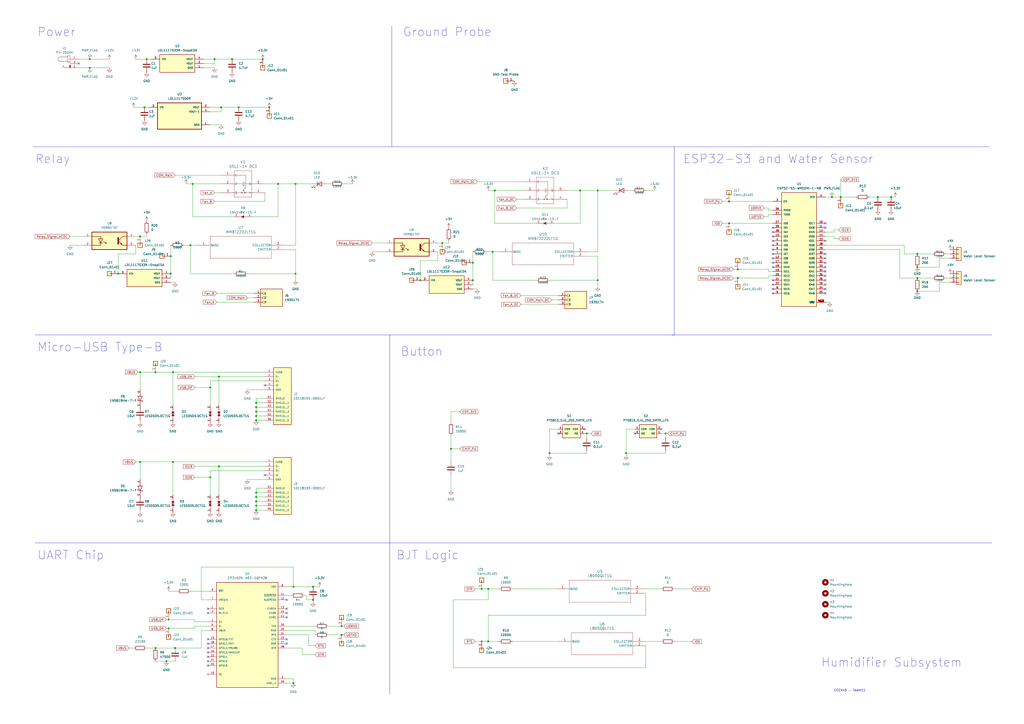
<source format=kicad_sch>
(kicad_sch (version 20230121) (generator eeschema)
  (paper "A2")
  (junction (at 198.12 368.3))
  (junction (at 482.6 114.3))
  (junction (at 274.32 162.56))
  (junction (at 128.27 62.23))
  (junction (at 532.13 161.29))
  (junction (at 171.45 158.75))
  (junction (at 532.13 147.32))
  (junction (at 97.79 359.41))
  (junction (at 279.4 341.63))
  (junction (at 279.4 372.11))
  (junction (at 96.52 383.54))
  (junction (at 171.45 106.68))
  (junction (at 336.55 110.49))
  (junction (at 346.71 162.56))
  (junction (at 318.77 262.89))
  (junction (at 97.79 364.49))
  (junction (at 170.18 396.24))
  (junction (at 90.17 215.9))
  (junction (at 283.21 341.63))
  (junction (at 386.08 251.46))
  (junction (at 148.59 241.3))
  (junction (at 148.59 236.22))
  (junction (at 198.12 363.22))
  (junction (at 134.62 34.29))
  (junction (at 427.99 161.29))
  (junction (at 283.21 372.11))
  (junction (at 148.59 288.29))
  (junction (at 340.36 251.46))
  (junction (at 152.4 34.29))
  (junction (at 509.27 114.3))
  (junction (at 101.6 375.92))
  (junction (at 170.18 340.36))
  (junction (at 81.28 137.16))
  (junction (at 81.28 267.97))
  (junction (at 148.59 238.76))
  (junction (at 85.09 34.29))
  (junction (at 83.82 62.23))
  (junction (at 516.89 114.3))
  (junction (at 138.43 62.23))
  (junction (at 99.06 158.75))
  (junction (at 100.33 267.97))
  (junction (at 261.62 260.35))
  (junction (at 487.68 114.3))
  (junction (at 111.76 106.68))
  (junction (at 127 218.44))
  (junction (at 124.46 34.29))
  (junction (at 532.13 154.94))
  (junction (at 52.07 34.29))
  (junction (at 363.22 262.89))
  (junction (at 99.06 148.59))
  (junction (at 148.59 285.75))
  (junction (at 110.49 142.24))
  (junction (at 156.21 62.23))
  (junction (at 422.91 116.84))
  (junction (at 81.28 215.9))
  (junction (at 422.91 129.54))
  (junction (at 121.92 276.86))
  (junction (at 148.59 293.37))
  (junction (at 274.32 152.4))
  (junction (at 148.59 295.91))
  (junction (at 68.58 158.75))
  (junction (at 532.13 168.91))
  (junction (at 181.61 340.36))
  (junction (at 243.84 162.56))
  (junction (at 346.71 110.49))
  (junction (at 148.59 290.83))
  (junction (at 100.33 215.9))
  (junction (at 121.92 224.79))
  (junction (at 148.59 243.84))
  (junction (at 285.75 146.05))
  (junction (at 256.54 140.97))
  (junction (at 161.29 106.68))
  (junction (at 90.17 375.92))
  (junction (at 52.07 39.37))
  (junction (at 181.61 347.98))
  (junction (at 148.59 233.68))
  (junction (at 427.99 156.21))
  (junction (at 287.02 110.49))
  (junction (at 127 270.51))
  (no_connect (at 448.31 134.62))
  (no_connect (at 153.67 275.59))
  (no_connect (at 478.79 129.54))
  (no_connect (at 478.79 170.18))
  (no_connect (at 166.37 370.84))
  (no_connect (at 478.79 154.94))
  (no_connect (at 448.31 149.86))
  (no_connect (at 448.31 170.18))
  (no_connect (at 448.31 137.16))
  (no_connect (at 448.31 162.56))
  (no_connect (at 478.79 152.4))
  (no_connect (at 45.72 36.83))
  (no_connect (at 448.31 147.32))
  (no_connect (at 166.37 373.38))
  (no_connect (at 448.31 152.4))
  (no_connect (at 448.31 142.24))
  (no_connect (at 478.79 160.02))
  (no_connect (at 478.79 132.08))
  (no_connect (at 120.65 386.08))
  (no_connect (at 478.79 139.7))
  (no_connect (at 368.3 251.46))
  (no_connect (at 448.31 154.94))
  (no_connect (at 120.65 383.54))
  (no_connect (at 166.37 358.14))
  (no_connect (at 120.65 370.84))
  (no_connect (at 478.79 157.48))
  (no_connect (at 120.65 381))
  (no_connect (at 478.79 147.32))
  (no_connect (at 120.65 378.46))
  (no_connect (at 166.37 355.6))
  (no_connect (at 478.79 167.64))
  (no_connect (at 448.31 167.64))
  (no_connect (at 339.09 248.92))
  (no_connect (at 448.31 165.1))
  (no_connect (at 166.37 353.06))
  (no_connect (at 120.65 355.6))
  (no_connect (at 478.79 149.86))
  (no_connect (at 448.31 132.08))
  (no_connect (at 448.31 139.7))
  (no_connect (at 478.79 165.1))
  (no_connect (at 478.79 162.56))
  (no_connect (at 166.37 347.98))
  (no_connect (at 120.65 375.92))
  (no_connect (at 323.85 251.46))
  (no_connect (at 120.65 373.38))
  (no_connect (at 383.54 248.92))
  (no_connect (at 153.67 223.52))
  (no_connect (at 448.31 144.78))
  (no_connect (at 120.65 353.06))
  (wire (pts (xy 346.71 148.59) (xy 346.71 162.56)))
  (wire (pts (xy 336.55 129.54) (xy 336.55 110.49)))
  (wire (pts (xy 118.11 34.29) (xy 124.46 34.29)))
  (wire (pts (xy 318.77 262.89) (xy 340.36 262.89)))
  (wire (pts (xy 148.59 290.83) (xy 153.67 290.83)))
  (wire (pts (xy 78.74 142.24) (xy 78.74 147.32)))
  (wire (pts (xy 81.28 215.9) (xy 90.17 215.9)))
  (wire (pts (xy 170.18 393.7) (xy 170.18 396.24)))
  (wire (pts (xy 198.12 363.22) (xy 199.39 363.22)))
  (wire (pts (xy 171.45 142.24) (xy 165.1 142.24)))
  (wire (pts (xy 261.62 275.59) (xy 261.62 284.48)))
  (wire (pts (xy 85.09 34.29) (xy 87.63 34.29)))
  (wire (pts (xy 287.02 129.54) (xy 287.02 110.49)))
  (wire (pts (xy 427.99 161.29) (xy 445.77 161.29)))
  (wire (pts (xy 297.18 372.11) (xy 323.85 372.11)))
  (wire (pts (xy 148.59 236.22) (xy 148.59 238.76)))
  (wire (pts (xy 340.36 251.46) (xy 342.9 251.46)))
  (wire (pts (xy 128.27 64.77) (xy 128.27 62.23)))
  (wire (pts (xy 422.91 129.54) (xy 448.31 129.54)))
  (wire (pts (xy 279.4 372.11) (xy 283.21 372.11)))
  (wire (pts (xy 78.74 34.29) (xy 85.09 34.29)))
  (wire (pts (xy 175.26 375.92) (xy 175.26 379.73)))
  (polyline (pts (xy 391.16 194.31) (xy 389.89 194.31)))
  (wire (pts (xy 45.72 39.37) (xy 52.07 39.37)))
  (wire (pts (xy 124.46 34.29) (xy 134.62 34.29)))
  (wire (pts (xy 261.62 260.35) (xy 261.62 267.97)))
  (wire (pts (xy 346.71 162.56) (xy 346.71 166.37)))
  (wire (pts (xy 287.02 110.49) (xy 303.53 110.49)))
  (wire (pts (xy 148.59 233.68) (xy 148.59 236.22)))
  (wire (pts (xy 276.86 105.41) (xy 303.53 105.41)))
  (wire (pts (xy 478.79 137.16) (xy 483.87 137.16)))
  (wire (pts (xy 148.59 236.22) (xy 153.67 236.22)))
  (wire (pts (xy 386.08 251.46) (xy 387.35 251.46)))
  (wire (pts (xy 148.59 241.3) (xy 148.59 243.84)))
  (wire (pts (xy 148.59 231.14) (xy 148.59 233.68)))
  (wire (pts (xy 100.33 215.9) (xy 153.67 215.9)))
  (wire (pts (xy 519.43 114.3) (xy 516.89 114.3)))
  (wire (pts (xy 45.72 34.29) (xy 52.07 34.29)))
  (wire (pts (xy 261.62 260.35) (xy 266.7 260.35)))
  (wire (pts (xy 113.03 364.49) (xy 113.03 363.22)))
  (wire (pts (xy 443.23 120.65) (xy 445.77 120.65)))
  (wire (pts (xy 166.37 365.76) (xy 182.88 365.76)))
  (wire (pts (xy 363.22 248.92) (xy 363.22 262.89)))
  (wire (pts (xy 146.05 125.73) (xy 161.29 125.73)))
  (wire (pts (xy 113.03 270.51) (xy 127 270.51)))
  (wire (pts (xy 374.65 110.49) (xy 379.73 110.49)))
  (wire (pts (xy 483.87 134.62) (xy 483.87 133.35)))
  (wire (pts (xy 121.92 276.86) (xy 121.92 273.05)))
  (wire (pts (xy 346.71 146.05) (xy 340.36 146.05)))
  (wire (pts (xy 148.59 288.29) (xy 148.59 290.83)))
  (wire (pts (xy 336.55 110.49) (xy 346.71 110.49)))
  (wire (pts (xy 374.65 374.65) (xy 374.65 387.35)))
  (wire (pts (xy 113.03 218.44) (xy 127 218.44)))
  (wire (pts (xy 121.92 72.39) (xy 128.27 72.39)))
  (wire (pts (xy 148.59 290.83) (xy 148.59 293.37)))
  (wire (pts (xy 254 151.13) (xy 243.84 151.13)))
  (wire (pts (xy 386.08 261.62) (xy 386.08 262.89)))
  (wire (pts (xy 121.92 276.86) (xy 121.92 287.02)))
  (wire (pts (xy 121.92 220.98) (xy 153.67 220.98)))
  (wire (pts (xy 143.51 172.72) (xy 147.32 172.72)))
  (wire (pts (xy 548.64 161.29) (xy 551.18 161.29)))
  (wire (pts (xy 524.51 147.32) (xy 532.13 147.32)))
  (wire (pts (xy 124.46 111.76) (xy 128.27 111.76)))
  (wire (pts (xy 124.46 116.84) (xy 153.67 116.84)))
  (wire (pts (xy 373.38 341.63) (xy 383.54 341.63)))
  (wire (pts (xy 516.89 114.3) (xy 509.27 114.3)))
  (wire (pts (xy 374.65 387.35) (xy 262.89 387.35)))
  (wire (pts (xy 40.64 142.24) (xy 48.26 142.24)))
  (wire (pts (xy 544.83 168.91) (xy 532.13 168.91)))
  (wire (pts (xy 445.77 156.21) (xy 445.77 157.48)))
  (wire (pts (xy 113.03 224.79) (xy 121.92 224.79)))
  (wire (pts (xy 544.83 163.83) (xy 544.83 168.91)))
  (wire (pts (xy 81.28 267.97) (xy 81.28 278.13)))
  (wire (pts (xy 281.94 146.05) (xy 285.75 146.05)))
  (wire (pts (xy 148.59 233.68) (xy 153.67 233.68)))
  (wire (pts (xy 478.79 134.62) (xy 483.87 134.62)))
  (wire (pts (xy 311.15 162.56) (xy 285.75 162.56)))
  (wire (pts (xy 110.49 342.9) (xy 120.65 342.9)))
  (wire (pts (xy 118.11 36.83) (xy 124.46 36.83)))
  (wire (pts (xy 262.89 347.98) (xy 283.21 347.98)))
  (wire (pts (xy 166.37 393.7) (xy 170.18 393.7)))
  (wire (pts (xy 99.06 148.59) (xy 99.06 158.75)))
  (wire (pts (xy 138.43 62.23) (xy 156.21 62.23)))
  (wire (pts (xy 165.1 144.78) (xy 171.45 144.78)))
  (wire (pts (xy 128.27 62.23) (xy 138.43 62.23)))
  (wire (pts (xy 176.53 345.44) (xy 177.8 345.44)))
  (wire (pts (xy 116.84 347.98) (xy 116.84 328.93)))
  (wire (pts (xy 321.31 129.54) (xy 336.55 129.54)))
  (wire (pts (xy 116.84 375.92) (xy 101.6 375.92)))
  (wire (pts (xy 171.45 158.75) (xy 171.45 162.56)))
  (wire (pts (xy 548.64 147.32) (xy 551.18 147.32)))
  (wire (pts (xy 52.07 39.37) (xy 63.5 39.37)))
  (wire (pts (xy 482.6 114.3) (xy 487.68 114.3)))
  (wire (pts (xy 90.17 383.54) (xy 96.52 383.54)))
  (wire (pts (xy 171.45 106.68) (xy 171.45 142.24)))
  (wire (pts (xy 198.12 368.3) (xy 199.39 368.3)))
  (wire (pts (xy 373.38 344.17) (xy 374.65 344.17)))
  (wire (pts (xy 85.09 135.89) (xy 85.09 137.16)))
  (wire (pts (xy 99.06 142.24) (xy 99.06 148.59)))
  (wire (pts (xy 179.07 368.3) (xy 179.07 374.65)))
  (wire (pts (xy 368.3 248.92) (xy 363.22 248.92)))
  (wire (pts (xy 78.74 137.16) (xy 81.28 137.16)))
  (wire (pts (xy 127 270.51) (xy 127 287.02)))
  (wire (pts (xy 346.71 110.49) (xy 346.71 146.05)))
  (wire (pts (xy 483.87 137.16) (xy 483.87 138.43)))
  (wire (pts (xy 283.21 372.11) (xy 289.56 372.11)))
  (wire (pts (xy 274.32 162.56) (xy 274.32 165.1)))
  (wire (pts (xy 256.54 140.97) (xy 260.35 140.97)))
  (wire (pts (xy 166.37 345.44) (xy 168.91 345.44)))
  (wire (pts (xy 148.59 295.91) (xy 153.67 295.91)))
  (polyline (pts (xy 19.05 85.09) (xy 574.04 85.09)))
  (wire (pts (xy 81.28 137.16) (xy 85.09 137.16)))
  (wire (pts (xy 445.77 157.48) (xy 448.31 157.48)))
  (wire (pts (xy 285.75 146.05) (xy 289.56 146.05)))
  (wire (pts (xy 215.9 146.05) (xy 223.52 146.05)))
  (wire (pts (xy 116.84 365.76) (xy 116.84 375.92)))
  (polyline (pts (xy 20.32 314.96) (xy 575.31 314.96)))
  (wire (pts (xy 110.49 158.75) (xy 110.49 142.24)))
  (wire (pts (xy 299.72 120.65) (xy 328.93 120.65)))
  (wire (pts (xy 100.33 267.97) (xy 100.33 287.02)))
  (wire (pts (xy 524.51 142.24) (xy 524.51 147.32)))
  (wire (pts (xy 148.59 285.75) (xy 148.59 288.29)))
  (wire (pts (xy 504.19 114.3) (xy 509.27 114.3)))
  (wire (pts (xy 363.22 262.89) (xy 363.22 264.16)))
  (wire (pts (xy 166.37 396.24) (xy 170.18 396.24)))
  (wire (pts (xy 77.47 62.23) (xy 83.82 62.23)))
  (wire (pts (xy 483.87 138.43) (xy 486.41 138.43)))
  (wire (pts (xy 113.03 276.86) (xy 121.92 276.86)))
  (wire (pts (xy 544.83 154.94) (xy 532.13 154.94)))
  (wire (pts (xy 443.23 125.73) (xy 445.77 125.73)))
  (wire (pts (xy 260.35 140.97) (xy 260.35 139.7)))
  (polyline (pts (xy 391.16 85.09) (xy 391.16 194.31)))
  (wire (pts (xy 143.51 278.13) (xy 153.67 278.13)))
  (wire (pts (xy 121.92 64.77) (xy 128.27 64.77)))
  (wire (pts (xy 532.13 161.29) (xy 541.02 161.29)))
  (wire (pts (xy 283.21 347.98) (xy 283.21 341.63)))
  (wire (pts (xy 81.28 267.97) (xy 100.33 267.97)))
  (wire (pts (xy 297.18 341.63) (xy 322.58 341.63)))
  (wire (pts (xy 383.54 251.46) (xy 386.08 251.46)))
  (wire (pts (xy 121.92 273.05) (xy 153.67 273.05)))
  (wire (pts (xy 318.77 248.92) (xy 318.77 262.89)))
  (wire (pts (xy 90.17 375.92) (xy 101.6 375.92)))
  (wire (pts (xy 116.84 328.93) (xy 170.18 328.93)))
  (wire (pts (xy 81.28 215.9) (xy 81.28 226.06)))
  (wire (pts (xy 127 218.44) (xy 153.67 218.44)))
  (wire (pts (xy 487.68 114.3) (xy 496.57 114.3)))
  (wire (pts (xy 254 146.05) (xy 254 151.13)))
  (wire (pts (xy 521.97 144.78) (xy 521.97 161.29)))
  (wire (pts (xy 285.75 162.56) (xy 285.75 146.05)))
  (wire (pts (xy 118.11 39.37) (xy 124.46 39.37)))
  (wire (pts (xy 181.61 349.25) (xy 181.61 347.98)))
  (wire (pts (xy 52.07 34.29) (xy 63.5 34.29)))
  (wire (pts (xy 148.59 293.37) (xy 153.67 293.37)))
  (wire (pts (xy 177.8 345.44) (xy 177.8 347.98)))
  (wire (pts (xy 283.21 110.49) (xy 287.02 110.49)))
  (wire (pts (xy 153.67 106.68) (xy 161.29 106.68)))
  (wire (pts (xy 425.45 161.29) (xy 427.99 161.29)))
  (wire (pts (xy 275.59 341.63) (xy 279.4 341.63)))
  (wire (pts (xy 318.77 162.56) (xy 346.71 162.56)))
  (wire (pts (xy 182.88 365.76) (xy 182.88 368.3)))
  (wire (pts (xy 374.65 356.87) (xy 283.21 356.87)))
  (wire (pts (xy 121.92 224.79) (xy 121.92 220.98)))
  (wire (pts (xy 177.8 347.98) (xy 181.61 347.98)))
  (wire (pts (xy 148.59 288.29) (xy 153.67 288.29)))
  (wire (pts (xy 124.46 36.83) (xy 124.46 34.29)))
  (wire (pts (xy 153.67 283.21) (xy 148.59 283.21)))
  (wire (pts (xy 318.77 262.89) (xy 318.77 264.16)))
  (wire (pts (xy 445.77 161.29) (xy 445.77 160.02)))
  (wire (pts (xy 445.77 121.92) (xy 448.31 121.92)))
  (wire (pts (xy 190.5 368.3) (xy 198.12 368.3)))
  (wire (pts (xy 125.73 170.18) (xy 147.32 170.18)))
  (wire (pts (xy 364.49 110.49) (xy 367.03 110.49)))
  (wire (pts (xy 101.6 101.6) (xy 128.27 101.6)))
  (wire (pts (xy 127 270.51) (xy 153.67 270.51)))
  (wire (pts (xy 283.21 356.87) (xy 283.21 372.11)))
  (wire (pts (xy 478.79 114.3) (xy 482.6 114.3)))
  (wire (pts (xy 113.03 360.68) (xy 120.65 360.68)))
  (wire (pts (xy 40.64 137.16) (xy 48.26 137.16)))
  (wire (pts (xy 113.03 359.41) (xy 113.03 360.68)))
  (wire (pts (xy 386.08 262.89) (xy 363.22 262.89)))
  (wire (pts (xy 181.61 340.36) (xy 185.42 340.36)))
  (wire (pts (xy 427.99 156.21) (xy 445.77 156.21)))
  (wire (pts (xy 374.65 344.17) (xy 374.65 356.87)))
  (wire (pts (xy 134.62 34.29) (xy 152.4 34.29)))
  (wire (pts (xy 111.76 106.68) (xy 128.27 106.68)))
  (wire (pts (xy 478.79 144.78) (xy 521.97 144.78)))
  (wire (pts (xy 266.7 238.76) (xy 261.62 238.76)))
  (wire (pts (xy 386.08 251.46) (xy 386.08 254)))
  (wire (pts (xy 68.58 147.32) (xy 68.58 158.75)))
  (wire (pts (xy 339.09 251.46) (xy 340.36 251.46)))
  (wire (pts (xy 148.59 238.76) (xy 148.59 241.3)))
  (wire (pts (xy 148.59 293.37) (xy 148.59 295.91)))
  (wire (pts (xy 189.23 106.68) (xy 191.77 106.68)))
  (wire (pts (xy 80.01 215.9) (xy 81.28 215.9)))
  (wire (pts (xy 323.85 248.92) (xy 318.77 248.92)))
  (wire (pts (xy 161.29 125.73) (xy 161.29 106.68)))
  (wire (pts (xy 261.62 252.73) (xy 261.62 260.35)))
  (wire (pts (xy 274.32 146.05) (xy 274.32 152.4)))
  (wire (pts (xy 419.1 116.84) (xy 422.91 116.84)))
  (wire (pts (xy 143.51 226.06) (xy 153.67 226.06)))
  (wire (pts (xy 83.82 62.23) (xy 86.36 62.23)))
  (wire (pts (xy 153.67 111.76) (xy 153.67 116.84)))
  (wire (pts (xy 346.71 110.49) (xy 356.87 110.49)))
  (wire (pts (xy 279.4 341.63) (xy 283.21 341.63)))
  (wire (pts (xy 99.06 163.83) (xy 101.6 163.83)))
  (wire (pts (xy 148.59 283.21) (xy 148.59 285.75)))
  (wire (pts (xy 445.77 124.46) (xy 448.31 124.46)))
  (wire (pts (xy 113.03 363.22) (xy 120.65 363.22)))
  (wire (pts (xy 96.52 359.41) (xy 97.79 359.41)))
  (polyline (pts (xy 226.06 194.31) (xy 226.06 402.59)))
  (wire (pts (xy 148.59 285.75) (xy 153.67 285.75)))
  (wire (pts (xy 391.16 372.11) (xy 401.32 372.11)))
  (wire (pts (xy 287.02 129.54) (xy 311.15 129.54)))
  (wire (pts (xy 121.92 62.23) (xy 128.27 62.23)))
  (wire (pts (xy 148.59 238.76) (xy 153.67 238.76)))
  (wire (pts (xy 135.89 158.75) (xy 110.49 158.75)))
  (wire (pts (xy 111.76 125.73) (xy 135.89 125.73)))
  (wire (pts (xy 99.06 158.75) (xy 99.06 161.29)))
  (wire (pts (xy 320.04 173.99) (xy 323.85 173.99)))
  (wire (pts (xy 125.73 175.26) (xy 147.32 175.26)))
  (wire (pts (xy 302.26 176.53) (xy 323.85 176.53)))
  (wire (pts (xy 148.59 241.3) (xy 153.67 241.3)))
  (wire (pts (xy 445.77 120.65) (xy 445.77 121.92)))
  (wire (pts (xy 190.5 363.22) (xy 198.12 363.22)))
  (wire (pts (xy 170.18 340.36) (xy 181.61 340.36)))
  (polyline (pts (xy 227.33 15.24) (xy 227.33 85.09)))
  (wire (pts (xy 544.83 149.86) (xy 544.83 154.94)))
  (wire (pts (xy 487.68 104.14) (xy 487.68 114.3)))
  (wire (pts (xy 78.74 147.32) (xy 68.58 147.32)))
  (wire (pts (xy 166.37 368.3) (xy 179.07 368.3)))
  (wire (pts (xy 153.67 231.14) (xy 148.59 231.14)))
  (wire (pts (xy 483.87 133.35) (xy 486.41 133.35)))
  (wire (pts (xy 275.59 372.11) (xy 279.4 372.11)))
  (wire (pts (xy 166.37 375.92) (xy 175.26 375.92)))
  (wire (pts (xy 97.79 342.9) (xy 102.87 342.9)))
  (wire (pts (xy 340.36 261.62) (xy 340.36 262.89)))
  (wire (pts (xy 521.97 161.29) (xy 532.13 161.29)))
  (wire (pts (xy 111.76 125.73) (xy 111.76 106.68)))
  (wire (pts (xy 422.91 116.84) (xy 448.31 116.84)))
  (wire (pts (xy 544.83 163.83) (xy 551.18 163.83)))
  (wire (pts (xy 106.68 142.24) (xy 110.49 142.24)))
  (wire (pts (xy 478.79 142.24) (xy 524.51 142.24)))
  (wire (pts (xy 175.26 379.73) (xy 182.88 379.73)))
  (wire (pts (xy 254 140.97) (xy 256.54 140.97)))
  (wire (pts (xy 148.59 243.84) (xy 153.67 243.84)))
  (wire (pts (xy 143.51 158.75) (xy 171.45 158.75)))
  (wire (pts (xy 171.45 144.78) (xy 171.45 158.75)))
  (wire (pts (xy 166.37 340.36) (xy 170.18 340.36)))
  (wire (pts (xy 107.95 106.68) (xy 111.76 106.68)))
  (wire (pts (xy 340.36 148.59) (xy 346.71 148.59)))
  (wire (pts (xy 166.37 363.22) (xy 182.88 363.22)))
  (wire (pts (xy 96.52 364.49) (xy 97.79 364.49)))
  (wire (pts (xy 299.72 115.57) (xy 303.53 115.57)))
  (wire (pts (xy 391.16 341.63) (xy 401.32 341.63)))
  (wire (pts (xy 328.93 110.49) (xy 336.55 110.49)))
  (wire (pts (xy 85.09 375.92) (xy 90.17 375.92)))
  (wire (pts (xy 199.39 106.68) (xy 204.47 106.68)))
  (wire (pts (xy 170.18 328.93) (xy 170.18 340.36)))
  (wire (pts (xy 78.74 267.97) (xy 81.28 267.97)))
  (wire (pts (xy 445.77 160.02) (xy 448.31 160.02)))
  (wire (pts (xy 90.17 215.9) (xy 100.33 215.9)))
  (wire (pts (xy 96.52 383.54) (xy 101.6 383.54)))
  (wire (pts (xy 261.62 238.76) (xy 261.62 245.11)))
  (wire (pts (xy 481.33 175.26) (xy 478.79 175.26)))
  (wire (pts (xy 161.29 106.68) (xy 171.45 106.68)))
  (wire (pts (xy 328.93 115.57) (xy 328.93 120.65)))
  (polyline (pts (xy 20.32 194.31) (xy 575.31 194.31)))
  (wire (pts (xy 274.32 167.64) (xy 276.86 167.64)))
  (wire (pts (xy 179.07 374.65) (xy 182.88 374.65)))
  (wire (pts (xy 425.45 156.21) (xy 427.99 156.21)))
  (wire (pts (xy 445.77 125.73) (xy 445.77 124.46)))
  (wire (pts (xy 262.89 387.35) (xy 262.89 347.98)))
  (wire (pts (xy 100.33 215.9) (xy 100.33 234.95)))
  (wire (pts (xy 97.79 364.49) (xy 113.03 364.49)))
  (wire (pts (xy 283.21 341.63) (xy 289.56 341.63)))
  (wire (pts (xy 532.13 147.32) (xy 541.02 147.32)))
  (wire (pts (xy 374.65 372.11) (xy 383.54 372.11)))
  (wire (pts (xy 127 218.44) (xy 127 234.95)))
  (wire (pts (xy 419.1 129.54) (xy 422.91 129.54)))
  (wire (pts (xy 100.33 267.97) (xy 153.67 267.97)))
  (wire (pts (xy 121.92 224.79) (xy 121.92 234.95)))
  (wire (pts (xy 302.26 171.45) (xy 323.85 171.45)))
  (wire (pts (xy 81.28 243.84) (xy 81.28 245.11)))
  (wire (pts (xy 74.93 375.92) (xy 77.47 375.92)))
  (wire (pts (xy 340.36 251.46) (xy 340.36 254)))
  (wire (pts (xy 110.49 142.24) (xy 114.3 142.24)))
  (wire (pts (xy 274.32 152.4) (xy 274.32 162.56)))
  (wire (pts (xy 81.28 295.91) (xy 81.28 297.18)))
  (wire (pts (xy 120.65 365.76) (xy 116.84 365.76)))
  (wire (pts (xy 97.79 359.41) (xy 113.03 359.41)))
  (wire (pts (xy 171.45 106.68) (xy 181.61 106.68)))
  (wire (pts (xy 243.84 151.13) (xy 243.84 162.56)))
  (wire (pts (xy 544.83 149.86) (xy 551.18 149.86)))
  (wire (pts (xy 215.9 140.97) (xy 223.52 140.97)))
  (wire (pts (xy 120.65 347.98) (xy 116.84 347.98)))
  (text "Power" (at 21.59 21.59 0) (effects (font (size 5 5)) (justify left bottom)))
  (text "UART Chip" (at 21.59 325.12 0) (effects (font (size 5 5)) (justify left bottom)))
  (text "Humidifier Subsystem" (at 476.25 387.35 0) (effects (font (size 5 5)) (justify left bottom)))
  (text "ECE445 - Team11" (at 483.87 401.32 0) (effects (font (size 1.27 1.27)) (justify left bottom)))
  (text "Button" (at 232.41 207.01 0) (effects (font (size 5 5)) (justify left bottom)))
  (text "ESP32-S3 and Water Sensor" (at 396.24 95.25 0) (effects (font (size 5 5)) (justify left bottom)))
  (text "Relay" (at 20.32 95.25 0) (effects (font (size 5 5)) (justify left bottom)))
  (text "Ground Probe" (at 233.68 21.59 0) (effects (font (size 5 5)) (justify left bottom)))
  (text "BJT Logic" (at 229.87 325.12 0) (effects (font (size 5 5)) (justify left bottom)))
  (text "Micro-USB Type-B" (at 21.59 204.47 0) (effects (font (size 5 5)) (justify left bottom)))
  (global_label "COM_Main" (shape input) (at 101.6 101.6 180) (property "Intersheetrefs" "${INTERSHEET_REFS}" (effects hide)))
  (global_label "U0RXD" (shape input) (at 443.23 120.65 180) (property "Intersheetrefs" "${INTERSHEET_REFS}" (effects hide)))
  (global_label "Fan_B" (shape input) (at 125.73 170.18 180) (property "Intersheetrefs" "${INTERSHEET_REFS}" (effects hide)))
  (global_label "Relay_Signal_ACDC" (shape input) (at 425.45 156.21 180) (property "Intersheetrefs" "${INTERSHEET_REFS}" (effects hide)))
  (global_label "Relay_Signal_DCDC" (shape input) (at 215.9 140.97 180) (property "Intersheetrefs" "${INTERSHEET_REFS}" (effects hide)))
  (global_label "VBUS" (shape input) (at 78.74 267.97 180) (property "Intersheetrefs" "${INTERSHEET_REFS}" (effects hide)))
  (global_label "IO0" (shape input) (at 342.9 251.46 0) (property "Intersheetrefs" "${INTERSHEET_REFS}" (effects hide)))
  (global_label "Fan_A" (shape input) (at 125.73 175.26 180) (property "Intersheetrefs" "${INTERSHEET_REFS}" (effects hide)))
  (global_label "U0RXD" (shape input) (at 199.39 363.22 0) (property "Intersheetrefs" "${INTERSHEET_REFS}" (effects hide)))
  (global_label "Fan_B" (shape input) (at 124.46 116.84 180) (property "Intersheetrefs" "${INTERSHEET_REFS}" (effects hide)))
  (global_label "Fan_B_DC" (shape input) (at 299.72 120.65 180) (property "Intersheetrefs" "${INTERSHEET_REFS}" (effects hide)))
  (global_label "U0TXD" (shape input) (at 199.39 368.3 0) (property "Intersheetrefs" "${INTERSHEET_REFS}" (effects hide)))
  (global_label "CHIP_PU" (shape input) (at 401.32 341.63 0) (property "Intersheetrefs" "${INTERSHEET_REFS}" (effects hide)))
  (global_label "Fan_A_DC" (shape input) (at 299.72 115.57 180) (property "Intersheetrefs" "${INTERSHEET_REFS}" (effects hide)))
  (global_label "ESP_3V3" (shape input) (at 487.68 104.14 0) (property "Intersheetrefs" "${INTERSHEET_REFS}" (effects hide)))
  (global_label "COM_Main_DC" (shape input) (at 276.86 105.41 180) (property "Intersheetrefs" "${INTERSHEET_REFS}" (effects hide)))
  (global_label "CHIP_PU" (shape input) (at 419.1 116.84 180) (property "Intersheetrefs" "${INTERSHEET_REFS}" (effects hide)))
  (global_label "DTR" (shape input) (at 275.59 341.63 180) (property "Intersheetrefs" "${INTERSHEET_REFS}" (effects hide)))
  (global_label "IO19" (shape input) (at 486.41 133.35 0) (property "Intersheetrefs" "${INTERSHEET_REFS}" (effects hide)))
  (global_label "RTS" (shape input) (at 275.59 372.11 180) (property "Intersheetrefs" "${INTERSHEET_REFS}" (effects hide)))
  (global_label "IO0" (shape input) (at 419.1 129.54 180) (property "Intersheetrefs" "${INTERSHEET_REFS}" (effects hide)))
  (global_label "CHIP_PU" (shape input) (at 266.7 260.35 0) (property "Intersheetrefs" "${INTERSHEET_REFS}" (effects hide)))
  (global_label "COM_Main_DC" (shape input) (at 320.04 173.99 180) (property "Intersheetrefs" "${INTERSHEET_REFS}" (effects hide)))
  (global_label "Fan_A" (shape input) (at 124.46 111.76 180) (property "Intersheetrefs" "${INTERSHEET_REFS}" (effects hide)))
  (global_label "IO20" (shape input) (at 113.03 276.86 180) (property "Intersheetrefs" "${INTERSHEET_REFS}" (effects hide)))
  (global_label "Fan_B_DC" (shape input) (at 302.26 171.45 180) (property "Intersheetrefs" "${INTERSHEET_REFS}" (effects hide)))
  (global_label "USB_DP" (shape input) (at 113.03 224.79 180) (property "Intersheetrefs" "${INTERSHEET_REFS}" (effects hide)))
  (global_label "VBUS" (shape input) (at 80.01 215.9 180) (property "Intersheetrefs" "${INTERSHEET_REFS}" (effects hide)))
  (global_label "U0TXD" (shape input) (at 443.23 125.73 180) (property "Intersheetrefs" "${INTERSHEET_REFS}" (effects hide)))
  (global_label "VBUS" (shape input) (at 74.93 375.92 180) (property "Intersheetrefs" "${INTERSHEET_REFS}" (effects hide)))
  (global_label "USB_DN" (shape input) (at 96.52 364.49 180) (property "Intersheetrefs" "${INTERSHEET_REFS}" (effects hide)))
  (global_label "RTS" (shape input) (at 182.88 374.65 0) (property "Intersheetrefs" "${INTERSHEET_REFS}" (effects hide)))
  (global_label "IO20" (shape input) (at 486.41 138.43 0) (property "Intersheetrefs" "${INTERSHEET_REFS}" (effects hide)))
  (global_label "CHIP_PU" (shape input) (at 387.35 251.46 0) (property "Intersheetrefs" "${INTERSHEET_REFS}" (effects hide)))
  (global_label "ESP_3V3" (shape input) (at 266.7 238.76 0) (property "Intersheetrefs" "${INTERSHEET_REFS}" (effects hide)))
  (global_label "Relay_Signal_DCDC" (shape input) (at 425.45 161.29 180) (property "Intersheetrefs" "${INTERSHEET_REFS}" (effects hide)))
  (global_label "USB_DN" (shape input) (at 113.03 218.44 180) (property "Intersheetrefs" "${INTERSHEET_REFS}" (effects hide)))
  (global_label "COM_Main" (shape input) (at 143.51 172.72 180) (property "Intersheetrefs" "${INTERSHEET_REFS}" (effects hide)))
  (global_label "Fan_A_DC" (shape input) (at 302.26 176.53 180) (property "Intersheetrefs" "${INTERSHEET_REFS}" (effects hide)))
  (global_label "DTR" (shape input) (at 182.88 379.73 0) (property "Intersheetrefs" "${INTERSHEET_REFS}" (effects hide)))
  (global_label "Relay_Signal_ACDC" (shape input) (at 40.64 137.16 180) (property "Intersheetrefs" "${INTERSHEET_REFS}" (effects hide)))
  (global_label "USB_DP" (shape input) (at 96.52 359.41 180) (property "Intersheetrefs" "${INTERSHEET_REFS}" (effects hide)))
  (global_label "IO19" (shape input) (at 113.03 270.51 180) (property "Intersheetrefs" "${INTERSHEET_REFS}" (effects hide)))
  (global_label "IO0" (shape input) (at 401.32 372.11 0) (property "Intersheetrefs" "${INTERSHEET_REFS}" (effects hide)))
  (symbol (lib_id "Device:R") (at 314.96 162.56 90) (unit 1)
    (property "Reference" "R23" (at 314.96 161.29 90))
    (property "Value" "10000" (at 314.96 163.83 90))
    (property "Footprint" "Resistor_SMD:R_0805_2012Metric_Pad1.20x1.40mm_HandSolder" (effects hide))
  )
  (symbol (lib_id "power:GND") (at 83.82 69.85 0) (unit 1)
    (property "Reference" "#PWR08" (effects hide))
    (property "Value" "GND" (at 83.82 74.93 0))
  )
  (symbol (lib_id "ECE445:LESD5D5.0CT1G") (at 127 292.1 90) (unit 1)
    (property "Reference" "D4" (at 129.54 290.83 90) (effects (justify right)))
    (property "Value" "LESD5D5.0CT1G" (at 129.54 293.37 90) (effects (justify right)))
    (property "Footprint" "ECE445:LESD5D5_0CT1G" (effects hide))
    (property "MF" "Leshan Radio Co." (effects hide))
    (property "MAXIMUM_PACKAGE_HEIGHT" "0.7 mm" (effects hide))
    (property "Package" "None" (effects hide))
    (property "Price" "None" (effects hide))
    (property "Check_prices" "https://www.snapeda.com/parts/LESD5D5.0CT1G/Leshan+Radio+Co./view-part/?ref=eda" (effects hide))
    (property "STANDARD" "Manufacturer Recommendations" (effects hide))
    (property "PARTREV" "O" (effects hide))
    (property "SnapEDA_Link" "https://www.snapeda.com/parts/LESD5D5.0CT1G/Leshan+Radio+Co./view-part/?ref=snap" (effects hide))
    (property "MP" "LESD5D5.0CT1G" (effects hide))
    (property "Description" "\nTransient Voltage Suppressors for ESD Protection\n" (effects hide))
    (property "Availability" "Not in stock" (effects hide))
    (property "MANUFACTURER" "LRC" (effects hide))
  )
  (symbol (lib_id "power:GND") (at 509.27 121.92 0) (mirror y) (unit 1)
    (property "Reference" "#PWR014" (effects hide))
    (property "Value" "GND" (at 509.27 127 0))
  )
  (symbol (lib_id "Device:R") (at 85.09 132.08 0) (unit 1)
    (property "Reference" "R20" (at 87.63 130.81 0) (effects (justify left)))
    (property "Value" "0" (at 87.63 133.35 0) (effects (justify left)))
    (property "Footprint" "Resistor_SMD:R_0805_2012Metric_Pad1.20x1.40mm_HandSolder" (effects hide))
  )
  (symbol (lib_id "Mechanical:MountingHole") (at 478.79 356.87 0) (unit 1)
    (property "Reference" "H4" (at 481.33 355.6 0) (effects (justify left)))
    (property "Value" "MountingHole" (at 481.33 358.14 0) (effects (justify left)))
    (property "Footprint" "MountingHole:MountingHole_3.2mm_M3" (effects hide))
  )
  (symbol (lib_id "Device:R") (at 195.58 106.68 90) (unit 1)
    (property "Reference" "R19" (at 195.58 105.41 90))
    (property "Value" "1000" (at 195.58 107.95 90))
    (property "Footprint" "Resistor_SMD:R_0805_2012Metric_Pad1.20x1.40mm_HandSolder" (effects hide))
  )
  (symbol (lib_id "Device:R") (at 544.83 161.29 90) (unit 1)
    (property "Reference" "R16" (at 544.83 160.02 90))
    (property "Value" "100" (at 544.83 162.56 90))
    (property "Footprint" "Resistor_SMD:R_0805_2012Metric_Pad1.20x1.40mm_HandSolder" (effects hide))
  )
  (symbol (lib_id "Device:R") (at 186.69 368.3 90) (unit 1)
    (property "Reference" "R8" (at 186.69 367.03 90))
    (property "Value" "0" (at 186.69 369.57 90))
    (property "Footprint" "Resistor_SMD:R_0805_2012Metric_Pad1.20x1.40mm_HandSolder" (effects hide))
  )
  (symbol (lib_id "ECE445:LDL1117S33R-SnapEDA") (at 83.82 161.29 0) (unit 1)
    (property "Reference" "U11" (at 83.82 151.13 0))
    (property "Value" "LDL1117S33R-SnapEDA" (at 83.82 153.67 0))
    (property "Footprint" "ECE445:LDL1117S33R-SnapEDA" (effects hide))
    (property "DigiKey_Part_Number" "497-17239-2-ND" (effects hide))
    (property "MF" "STMicroelectronics" (effects hide))
    (property "MAXIMUM_PACKAGE_HEIGHT" "1.8 mm" (effects hide))
    (property "Package" "SOT-223 STMicroelectronics" (effects hide))
    (property "Check_prices" "https://www.snapeda.com/parts/LDL1117S33R/STMicroelectronics/view-part/?ref=eda" (effects hide))
    (property "STANDARD" "IPC 7351B" (effects hide))
    (property "PARTREV" "7" (effects hide))
    (property "SnapEDA_Link" "https://www.snapeda.com/parts/LDL1117S33R/STMicroelectronics/view-part/?ref=snap" (effects hide))
    (property "MP" "LDL1117S33R" (effects hide))
    (property "Purchase-URL" "https://www.snapeda.com/api/url_track_click_mouser/?unipart_id=865632&manufacturer=STMicroelectronics&part_name=LDL1117S33R&search_term=ldl1117s33r" (effects hide))
    (property "Description" "\nLinear Voltage Regulator IC Positive Fixed 1 Output 1.2A SOT-223\n" (effects hide))
    (property "SNAPEDA_PN" "LDL1117S33R" (effects hide))
    (property "MANUFACTURER" "STMicroelectronics" (effects hide))
  )
  (symbol (lib_id "ECE445:G5LE-14_DC3") (at 303.53 105.41 0) (unit 1)
    (property "Reference" "K2" (at 316.23 97.79 0) (effects (font (size 1.524 1.524))))
    (property "Value" "G5LE-14 DC3" (at 316.23 100.33 0) (effects (font (size 1.524 1.524))))
    (property "Footprint" "ECE445:G5LE-1 DC3" (effects hide))
    (property "Datasheet" "G5LE-14 DC3" (effects hide))
  )
  (symbol (lib_id "Connector_Generic:Conn_01x03") (at 556.26 161.29 0) (unit 1)
    (property "Reference" "J5" (at 558.8 160.02 0) (effects (justify left)))
    (property "Value" "Water Level Sensor" (at 558.8 162.56 0) (effects (justify left)))
    (property "Footprint" "ECE445:1935174" (effects hide))
  )
  (symbol (lib_id "ECE445:1N4148W-13-F") (at 316.23 129.54 180) (unit 1)
    (property "Reference" "D11" (at 316.23 124.46 0))
    (property "Value" "1N4148W-13-F" (at 316.23 127 0))
    (property "Footprint" "ECE445:1N4148W-13-F" (effects hide))
    (property "PARTREV" "28-2" (effects hide))
    (property "MANUFACTURER" "Diodes" (effects hide))
    (property "STANDARD" "IPC-7351B" (effects hide))
  )
  (symbol (lib_id "Connector_Generic:Conn_01x01") (at 256.54 146.05 270) (unit 1)
    (property "Reference" "J29" (at 257.81 143.51 90) (effects (justify left)))
    (property "Value" "Conn_01x01" (at 257.81 146.05 90) (effects (justify left)))
    (property "Footprint" "Connector_PinSocket_2.54mm:PinSocket_1x01_P2.54mm_Vertical" (effects hide))
  )
  (symbol (lib_id "power:PWR_FLAG") (at 52.07 34.29 0) (unit 1)
    (property "Reference" "#FLG01" (effects hide))
    (property "Value" "PWR_FLAG" (at 52.07 29.21 0))
  )
  (symbol (lib_id "power:GND") (at 532.13 154.94 0) (unit 1)
    (property "Reference" "#PWR037" (effects hide))
    (property "Value" "GND" (at 532.13 158.75 0))
  )
  (symbol (lib_id "power:GND") (at 100.33 297.18 0) (unit 1)
    (property "Reference" "#PWR033" (effects hide))
    (property "Value" "GND" (at 100.33 302.26 0))
  )
  (symbol (lib_id "power:+5V") (at 551.18 144.78 0) (unit 1)
    (property "Reference" "#PWR034" (effects hide))
    (property "Value" "+5V" (at 551.18 139.7 0))
  )
  (symbol (lib_id "power:+3.3V") (at 107.95 106.68 0) (unit 1)
    (property "Reference" "#PWR042" (effects hide))
    (property "Value" "+3.3V" (at 107.95 102.87 0))
  )
  (symbol (lib_id "ECE445:L8050QLT1G") (at 323.85 372.11 0) (unit 1)
    (property "Reference" "U6" (at 349.25 361.95 0) (effects (font (size 1.524 1.524))))
    (property "Value" "L8050QLT1G" (at 349.25 364.49 0) (effects (font (size 1.524 1.524))))
    (property "Footprint" "ECE445:SOT-23_ONS" (effects hide))
    (property "Datasheet" "KSC3265YMTF" (effects hide))
  )
  (symbol (lib_id "Device:R") (at 293.37 341.63 90) (unit 1)
    (property "Reference" "R9" (at 293.37 335.28 90))
    (property "Value" "10000" (at 293.37 337.82 90))
    (property "Footprint" "Resistor_SMD:R_0805_2012Metric_Pad1.20x1.40mm_HandSolder" (effects hide))
  )
  (symbol (lib_id "Connector_Generic:Conn_01x03") (at 556.26 147.32 0) (unit 1)
    (property "Reference" "J4" (at 558.8 146.05 0) (effects (justify left)))
    (property "Value" "Water Level Sensor" (at 558.8 148.59 0) (effects (justify left)))
    (property "Footprint" "ECE445:1935174" (effects hide))
  )
  (symbol (lib_id "Device:R") (at 532.13 165.1 0) (unit 1)
    (property "Reference" "R18" (at 534.67 163.83 0) (effects (justify left)))
    (property "Value" "200" (at 534.67 166.37 0) (effects (justify left)))
    (property "Footprint" "Resistor_SMD:R_0805_2012Metric_Pad1.20x1.40mm_HandSolder" (effects hide))
  )
  (symbol (lib_id "power:GND") (at 121.92 297.18 0) (unit 1)
    (property "Reference" "#PWR018" (effects hide))
    (property "Value" "GND" (at 121.92 302.26 0))
  )
  (symbol (lib_id "ECE445:L8050QLT1G") (at 322.58 341.63 0) (unit 1)
    (property "Reference" "U5" (at 347.98 331.47 0) (effects (font (size 1.524 1.524))))
    (property "Value" "L8050QLT1G" (at 347.98 334.01 0) (effects (font (size 1.524 1.524))))
    (property "Footprint" "ECE445:SOT-23_ONS" (effects hide))
    (property "Datasheet" "KSC3265YMTF" (effects hide))
  )
  (symbol (lib_id "Connector_Generic:Conn_01x01") (at 279.4 336.55 90) (unit 1)
    (property "Reference" "J25" (at 276.86 330.2 90) (effects (justify right)))
    (property "Value" "Conn_01x01" (at 276.86 332.74 90) (effects (justify right)))
    (property "Footprint" "Connector_PinSocket_2.54mm:PinSocket_1x01_P2.54mm_Vertical" (effects hide))
  )
  (symbol (lib_id "ECE445:MMBT2222LT1G") (at 114.3 142.24 0) (unit 1)
    (property "Reference" "U7" (at 139.7 132.08 0) (effects (font (size 1.524 1.524))))
    (property "Value" "MMBT2222LT1G" (at 139.7 134.62 0) (effects (font (size 1.524 1.524))))
    (property "Footprint" "ECE445:MMBT2222LT1G" (effects hide))
    (property "Datasheet" "MMBT2222LT1G" (effects hide))
  )
  (symbol (lib_id "Device:R") (at 261.62 248.92 0) (unit 1)
    (property "Reference" "R14" (at 264.16 247.65 0) (effects (justify left)))
    (property "Value" "10000" (at 264.16 250.19 0) (effects (justify left)))
    (property "Footprint" "Resistor_SMD:R_0805_2012Metric_Pad1.20x1.40mm_HandSolder" (effects hide))
  )
  (symbol (lib_id "Device:C") (at 101.6 379.73 0) (unit 1)
    (property "Reference" "C9" (at 105.41 378.46 0) (effects (justify left)))
    (property "Value" "1uF" (at 105.41 381 0) (effects (justify left)))
    (property "Footprint" "Capacitor_SMD:C_0805_2012Metric_Pad1.18x1.45mm_HandSolder" (effects hide))
  )
  (symbol (lib_id "Device:LED") (at 360.68 110.49 0) (unit 1)
    (property "Reference" "D12" (at 359.0925 104.14 0))
    (property "Value" "LED" (at 359.0925 106.68 0))
    (property "Footprint" "Diode_SMD:D_0805_2012Metric_Pad1.15x1.40mm_HandSolder" (effects hide))
  )
  (symbol (lib_id "power:GND") (at 128.27 72.39 0) (unit 1)
    (property "Reference" "#PWR036" (effects hide))
    (property "Value" "GND" (at 128.27 77.47 0))
  )
  (symbol (lib_id "power:GND") (at 138.43 69.85 0) (unit 1)
    (property "Reference" "#PWR039" (effects hide))
    (property "Value" "GND" (at 138.43 74.93 0))
  )
  (symbol (lib_id "ECE445:10118193-0001LF") (at 163.83 275.59 0) (unit 1)
    (property "Reference" "J3" (at 170.18 280.67 0) (effects (justify left)))
    (property "Value" "10118193-0001LF" (at 170.18 283.21 0) (effects (justify left)))
    (property "Footprint" "ECE445:10118193-0001LF" (effects hide))
    (property "PARTREV" "E" (effects hide))
    (property "MANUFACTURER" "Amphenol FCI" (effects hide))
    (property "MAXIMUM_PACKAGE_HEIGHT" "2.55 mm" (effects hide))
    (property "STANDARD" "Manufacturer Recommendations" (effects hide))
  )
  (symbol (lib_id "Device:C") (at 134.62 38.1 0) (unit 1)
    (property "Reference" "C2" (at 138.43 36.83 0) (effects (justify left)))
    (property "Value" "4.7uF" (at 138.43 39.37 0) (effects (justify left)))
    (property "Footprint" "Capacitor_SMD:C_0805_2012Metric_Pad1.18x1.45mm_HandSolder" (effects hide))
  )
  (symbol (lib_id "power:GND") (at 298.45 46.99 0) (unit 1)
    (property "Reference" "#PWR051" (effects hide))
    (property "Value" "GND" (at 298.45 52.07 0))
  )
  (symbol (lib_id "ECE445:1N5819HW-7-F") (at 81.28 283.21 270) (unit 1)
    (property "Reference" "D5" (at 69.85 281.94 90) (effects (justify left)))
    (property "Value" "1N5819HW-7-F" (at 63.5 284.48 90) (effects (justify left)))
    (property "Footprint" "ECE445:1N5819HW-7-F" (effects hide))
    (property "PARTREV" "18-2" (effects hide))
    (property "STANDARD" "IPC-7351B" (effects hide))
    (property "MANUFACTURER" "Diodes Inc." (effects hide))
  )
  (symbol (lib_id "Connector_Generic:Conn_01x01") (at 156.21 67.31 270) (unit 1)
    (property "Reference" "J11" (at 158.75 66.04 90) (effects (justify left)))
    (property "Value" "Conn_01x01" (at 158.75 68.58 90) (effects (justify left)))
    (property "Footprint" "Connector_PinSocket_2.54mm:PinSocket_1x01_P2.54mm_Vertical" (effects hide))
  )
  (symbol (lib_id "ECE445:VOM617AT") (at 63.5 139.7 0) (unit 1)
    (property "Reference" "U8" (at 63.5 129.54 0))
    (property "Value" "VOM617AT" (at 63.5 132.08 0))
    (property "Footprint" "ECE445:VOM617AT" (effects hide))
    (property "MF" "Vishay Semiconductor" (effects hide))
    (property "Description" "\nVOM617AT DC Input Phototransistor Output Optocoupler, Surface Mount, 4-Pin SOP | Siliconix / Vishay VOM617AT\n" (effects hide))
    (property "Package" "SOP-4 Vishay Semiconductor" (effects hide))
    (property "Price" "None" (effects hide))
    (property "Check_prices" "https://www.snapeda.com/parts/VOM617AT/Vishay+Semiconductor+Opto+Division/view-part/?ref=eda" (effects hide))
    (property "SnapEDA_Link" "https://www.snapeda.com/parts/VOM617AT/Vishay+Semiconductor+Opto+Division/view-part/?ref=snap" (effects hide))
    (property "MP" "VOM617AT" (effects hide))
    (property "Purchase-URL" "https://www.snapeda.com/api/url_track_click_mouser/?unipart_id=289684&manufacturer=Vishay Semiconductor&part_name=VOM617AT&search_term=sop 4 pin" (effects hide))
    (property "Availability" "In Stock" (effects hide))
    (property "MANUFACTURER" "VISHAY" (effects hide))
  )
  (symbol (lib_id "Device:C") (at 386.08 257.81 0) (unit 1)
    (property "Reference" "C12" (at 389.89 256.54 0) (effects (justify left)))
    (property "Value" "0.1uF" (at 389.89 259.08 0) (effects (justify left)))
    (property "Footprint" "Capacitor_SMD:C_0805_2012Metric_Pad1.18x1.45mm_HandSolder" (effects hide))
  )
  (symbol (lib_id "ECE445:1N5819HW-7-F") (at 81.28 231.14 270) (unit 1)
    (property "Reference" "D6" (at 69.85 229.87 90) (effects (justify left)))
    (property "Value" "1N5819HW-7-F" (at 63.5 232.41 90) (effects (justify left)))
    (property "Footprint" "ECE445:1N5819HW-7-F" (effects hide))
    (property "PARTREV" "18-2" (effects hide))
    (property "STANDARD" "IPC-7351B" (effects hide))
    (property "MANUFACTURER" "Diodes Inc." (effects hide))
  )
  (symbol (lib_id "ECE445:LESD5D5.0CT1G") (at 121.92 240.03 90) (unit 1)
    (property "Reference" "D1" (at 105.41 238.76 90) (effects (justify right)))
    (property "Value" "LESD5D5.0CT1G" (at 105.41 241.3 90) (effects (justify right)))
    (property "Footprint" "ECE445:LESD5D5_0CT1G" (effects hide))
    (property "MF" "Leshan Radio Co." (effects hide))
    (property "MAXIMUM_PACKAGE_HEIGHT" "0.7 mm" (effects hide))
    (property "Package" "None" (effects hide))
    (property "Price" "None" (effects hide))
    (property "Check_prices" "https://www.snapeda.com/parts/LESD5D5.0CT1G/Leshan+Radio+Co./view-part/?ref=eda" (effects hide))
    (property "STANDARD" "Manufacturer Recommendations" (effects hide))
    (property "PARTREV" "O" (effects hide))
    (property "SnapEDA_Link" "https://www.snapeda.com/parts/LESD5D5.0CT1G/Leshan+Radio+Co./view-part/?ref=snap" (effects hide))
    (property "MP" "LESD5D5.0CT1G" (effects hide))
    (property "Description" "\nTransient Voltage Suppressors for ESD Protection\n" (effects hide))
    (property "Availability" "Not in stock" (effects hide))
    (property "MANUFACTURER" "LRC" (effects hide))
  )
  (symbol (lib_id "power:GND") (at 318.77 264.16 0) (unit 1)
    (property "Reference" "#PWR030" (effects hide))
    (property "Value" "GND" (at 318.77 269.24 0))
  )
  (symbol (lib_id "power:GND") (at 276.86 167.64 0) (unit 1)
    (property "Reference" "#PWR053" (effects hide))
    (property "Value" "GND" (at 276.86 172.72 0))
  )
  (symbol (lib_id "power:+12V") (at 63.5 34.29 0) (unit 1)
    (property "Reference" "#PWR01" (effects hide))
    (property "Value" "+12V" (at 63.5 29.21 0))
  )
  (symbol (lib_id "power:+3.3V") (at 185.42 340.36 0) (unit 1)
    (property "Reference" "#PWR025" (effects hide))
    (property "Value" "+3.3V" (at 185.42 335.28 0))
  )
  (symbol (lib_id "Connector_Generic:Conn_01x01") (at 269.24 152.4 180) (unit 1)
    (property "Reference" "J10" (at 264.16 148.59 0))
    (property "Value" "Conn_01x01" (at 264.16 151.13 0))
    (property "Footprint" "Connector_PinSocket_2.54mm:PinSocket_1x01_P2.54mm_Vertical" (effects hide))
  )
  (symbol (lib_id "ECE445:ESP32-S3-WROOM-1-N8") (at 463.55 142.24 0) (unit 1)
    (property "Reference" "U1" (at 463.55 106.68 0))
    (property "Value" "ESP32-S3-WROOM-1-N8" (at 463.55 109.22 0))
    (property "Footprint" "ECE445:ESP32-S3-WROOM-1-N8-SnapEDA" (effects hide))
    (property "DigiKey_Part_Number" "1965-ESP32-S3-WROOM-1-N8TR-ND" (effects hide))
    (property "MF" "Espressif Systems" (effects hide))
    (property "DESCRIPTION" "Bluetooth, WiFi 802.11b/g/n, Bluetooth v5.0 Transceiver Module 2.4GHz PCB Trace Surface Mount" (effects hide))
    (property "PACKAGE" "None" (effects hide))
    (property "PRICE" "None" (effects hide))
    (property "Package" "NON STANDARD Espressif Systems" (effects hide))
    (property "Check_prices" "https://www.snapeda.com/parts/ESP32-S3-WROOM-1-N8/Espressif+Systems/view-part/?ref=eda" (effects hide))
    (property "SnapEDA_Link" "https://www.snapeda.com/parts/ESP32-S3-WROOM-1-N8/Espressif+Systems/view-part/?ref=snap" (effects hide))
    (property "MP" "ESP32-S3-WROOM-1-N8" (effects hide))
    (property "Purchase-URL" "https://www.snapeda.com/api/url_track_click_mouser/?unipart_id=11020927&manufacturer=Espressif Systems&part_name=ESP32-S3-WROOM-1-N8&search_term=None" (effects hide))
    (property "Description" "\nWiFi 802.11a/b/g/n, Bluetooth v5.0 Transceiver Module 2.4GHz Antenna Not Included -\n" (effects hide))
    (property "AVAILABILITY" "In Stock" (effects hide))
    (property "PURCHASE-URL" "https://pricing.snapeda.com/search/part/ESP32-S3-WROOM-1-N8R8/?ref=eda" (effects hide))
  )
  (symbol (lib_id "Connector_Generic:Conn_01x01") (at 63.5 158.75 180) (unit 1)
    (property "Reference" "J27" (at 63.5 152.4 0))
    (property "Value" "Conn_01x01" (at 63.5 154.94 0))
    (property "Footprint" "Connector_PinSocket_2.54mm:PinSocket_1x01_P2.54mm_Vertical" (effects hide))
  )
  (symbol (lib_id "Connector_Generic:Conn_01x01") (at 198.12 358.14 90) (unit 1)
    (property "Reference" "J19" (at 200.66 356.87 90) (effects (justify right)))
    (property "Value" "Conn_01x01" (at 200.66 359.41 90) (effects (justify right)))
    (property "Footprint" "Connector_PinSocket_2.54mm:PinSocket_1x01_P2.54mm_Vertical" (effects hide))
  )
  (symbol (lib_id "power:GND") (at 181.61 349.25 0) (unit 1)
    (property "Reference" "#PWR026" (effects hide))
    (property "Value" "GND" (at 181.61 354.33 0))
  )
  (symbol (lib_id "ECE445:1N4148W-13-F") (at 140.97 125.73 180) (unit 1)
    (property "Reference" "D9" (at 140.97 120.65 0))
    (property "Value" "1N4148W-13-F" (at 140.97 123.19 0))
    (property "Footprint" "ECE445:1N4148W-13-F" (effects hide))
    (property "PARTREV" "28-2" (effects hide))
    (property "MANUFACTURER" "Diodes" (effects hide))
    (property "STANDARD" "IPC-7351B" (effects hide))
  )
  (symbol (lib_id "Device:C") (at 83.82 66.04 0) (unit 1)
    (property "Reference" "C3" (at 86.36 64.77 0) (effects (justify left)))
    (property "Value" "1uF" (at 86.36 67.31 0) (effects (justify left)))
    (property "Footprint" "Capacitor_SMD:C_0805_2012Metric_Pad1.18x1.45mm_HandSolder" (effects hide))
  )
  (symbol (lib_id "Connector_Generic:Conn_01x01") (at 90.17 210.82 90) (unit 1)
    (property "Reference" "J20" (at 92.71 209.55 90) (effects (justify right)))
    (property "Value" "Conn_01x01" (at 92.71 212.09 90) (effects (justify right)))
    (property "Footprint" "Connector_PinSocket_2.54mm:PinSocket_1x01_P2.54mm_Vertical" (effects hide))
  )
  (symbol (lib_id "Device:R") (at 172.72 345.44 270) (unit 1)
    (property "Reference" "R4" (at 172.72 347.98 90))
    (property "Value" "10000" (at 172.72 350.52 90))
    (property "Footprint" "Resistor_SMD:R_0805_2012Metric_Pad1.20x1.40mm_HandSolder" (effects hide))
  )
  (symbol (lib_id "Device:R") (at 106.68 342.9 90) (unit 1)
    (property "Reference" "R3" (at 106.68 336.55 90))
    (property "Value" "1000" (at 106.68 339.09 90))
    (property "Footprint" "Resistor_SMD:R_0805_2012Metric_Pad1.20x1.40mm_HandSolder" (effects hide))
  )
  (symbol (lib_id "Mechanical:MountingHole") (at 478.79 350.52 0) (unit 1)
    (property "Reference" "H3" (at 481.33 349.25 0) (effects (justify left)))
    (property "Value" "MountingHole" (at 481.33 351.79 0) (effects (justify left)))
    (property "Footprint" "MountingHole:MountingHole_3.2mm_M3" (effects hide))
  )
  (symbol (lib_id "Device:LED") (at 185.42 106.68 0) (unit 1)
    (property "Reference" "D10" (at 183.8325 100.33 0))
    (property "Value" "LED" (at 183.8325 102.87 0))
    (property "Footprint" "Diode_SMD:D_0805_2012Metric_Pad1.15x1.40mm_HandSolder" (effects hide))
  )
  (symbol (lib_id "power:GND") (at 124.46 39.37 0) (unit 1)
    (property "Reference" "#PWR04" (effects hide))
    (property "Value" "GND" (at 124.46 44.45 0))
  )
  (symbol (lib_id "power:GND") (at 171.45 162.56 0) (unit 1)
    (property "Reference" "#PWR043" (effects hide))
    (property "Value" "GND" (at 171.45 167.64 0))
  )
  (symbol (lib_id "Device:R") (at 186.69 363.22 90) (unit 1)
    (property "Reference" "R7" (at 186.69 361.95 90))
    (property "Value" "0" (at 186.69 364.49 90))
    (property "Footprint" "Resistor_SMD:R_0805_2012Metric_Pad1.20x1.40mm_HandSolder" (effects hide))
  )
  (symbol (lib_id "power:GND") (at 81.28 245.11 0) (unit 1)
    (property "Reference" "#PWR022" (effects hide))
    (property "Value" "GND" (at 81.28 250.19 0))
  )
  (symbol (lib_id "power:GND") (at 85.09 41.91 0) (unit 1)
    (property "Reference" "#PWR012" (effects hide))
    (property "Value" "GND" (at 85.09 46.99 0))
  )
  (symbol (lib_id "power:+5V") (at 85.09 128.27 0) (unit 1)
    (property "Reference" "#PWR045" (effects hide))
    (property "Value" "+5V" (at 85.09 123.19 0))
  )
  (symbol (lib_id "power:GND") (at 127 297.18 0) (unit 1)
    (property "Reference" "#PWR019" (effects hide))
    (property "Value" "GND" (at 127 302.26 0))
  )
  (symbol (lib_id "power:+12V") (at 77.47 62.23 0) (unit 1)
    (property "Reference" "#PWR06" (effects hide))
    (property "Value" "+12V" (at 77.47 57.15 0))
  )
  (symbol (lib_id "power:GND") (at 532.13 168.91 0) (unit 1)
    (property "Reference" "#PWR038" (effects hide))
    (property "Value" "GND" (at 532.13 172.72 0))
  )
  (symbol (lib_id "power:+3.3V") (at 283.21 110.49 0) (unit 1)
    (property "Reference" "#PWR048" (effects hide))
    (property "Value" "+3.3V" (at 283.21 106.68 0))
  )
  (symbol (lib_id "ECE445:G5LE-14_DC3") (at 128.27 101.6 0) (unit 1)
    (property "Reference" "K1" (at 140.97 93.98 0) (effects (font (size 1.524 1.524))))
    (property "Value" "G5LE-14 DC3" (at 140.97 96.52 0) (effects (font (size 1.524 1.524))))
    (property "Footprint" "ECE445:G5LE-1 DC3" (effects hide))
    (property "Datasheet" "G5LE-14 DC3" (effects hide))
  )
  (symbol (lib_id "Device:R") (at 293.37 372.11 90) (unit 1)
    (property "Reference" "R10" (at 293.37 365.76 90))
    (property "Value" "10000" (at 293.37 368.3 90))
    (property "Footprint" "Resistor_SMD:R_0805_2012Metric_Pad1.20x1.40mm_HandSolder" (effects hide))
  )
  (symbol (lib_id "Device:C") (at 138.43 66.04 0) (unit 1)
    (property "Reference" "C13" (at 142.24 64.77 0) (effects (justify left)))
    (property "Value" "4.7uF" (at 142.24 67.31 0) (effects (justify left)))
    (property "Footprint" "Capacitor_SMD:C_0805_2012Metric_Pad1.18x1.45mm_HandSolder" (effects hide))
  )
  (symbol (lib_id "power:GND") (at 121.92 245.11 0) (unit 1)
    (property "Reference" "#PWR016" (effects hide))
    (property "Value" "GND" (at 121.92 250.19 0))
  )
  (symbol (lib_id "ECE445:10118193-0001LF") (at 163.83 223.52 0) (unit 1)
    (property "Reference" "J2" (at 170.18 228.6 0) (effects (justify left)))
    (property "Value" "10118193-0001LF" (at 170.18 231.14 0) (effects (justify left)))
    (property "Footprint" "ECE445:10118193-0001LF" (effects hide))
    (property "PARTREV" "E" (effects hide))
    (property "MANUFACTURER" "Amphenol FCI" (effects hide))
    (property "MAXIMUM_PACKAGE_HEIGHT" "2.55 mm" (effects hide))
    (property "STANDARD" "Manufacturer Recommendations" (effects hide))
  )
  (symbol (lib_id "Device:C") (at 509.27 118.11 0) (mirror y) (unit 1)
    (property "Reference" "C5" (at 505.46 118.11 0) (effects (justify left)))
    (property "Value" "0.1uF" (at 506.73 120.65 0) (effects (justify left)))
    (property "Footprint" "Capacitor_SMD:C_0805_2012Metric_Pad1.18x1.45mm_HandSolder" (effects hide))
  )
  (symbol (lib_id "power:GND") (at 215.9 146.05 0) (unit 1)
    (property "Reference" "#PWR046" (effects hide))
    (property "Value" "GND" (at 215.9 151.13 0))
  )
  (symbol (lib_id "power:GND") (at 346.71 166.37 0) (unit 1)
    (property "Reference" "#PWR049" (effects hide))
    (property "Value" "GND" (at 346.71 171.45 0))
  )
  (symbol (lib_id "ECE445:LESD5D5.0CT1G") (at 100.33 240.03 90) (unit 1)
    (property "Reference" "D7" (at 83.82 238.76 90) (effects (justify right)))
    (property "Value" "LESD5D5.0CT1G" (at 83.82 241.3 90) (effects (justify right)))
    (property "Footprint" "ECE445:LESD5D5_0CT1G" (effects hide))
    (property "MF" "Leshan Radio Co." (effects hide))
    (property "MAXIMUM_PACKAGE_HEIGHT" "0.7 mm" (effects hide))
    (property "Package" "None" (effects hide))
    (property "Price" "None" (effects hide))
    (property "Check_prices" "https://www.snapeda.com/parts/LESD5D5.0CT1G/Leshan+Radio+Co./view-part/?ref=eda" (effects hide))
    (property "STANDARD" "Manufacturer Recommendations" (effects hide))
    (property "PARTREV" "O" (effects hide))
    (property "SnapEDA_Link" "https://www.snapeda.com/parts/LESD5D5.0CT1G/Leshan+Radio+Co./view-part/?ref=snap" (effects hide))
    (property "MP" "LESD5D5.0CT1G" (effects hide))
    (property "Description" "\nTransient Voltage Suppressors for ESD Protection\n" (effects hide))
    (property "Availability" "Not in stock" (effects hide))
    (property "MANUFACTURER" "LRC" (effects hide))
  )
  (symbol (lib_id "Mechanical:MountingHole") (at 478.79 337.82 0) (unit 1)
    (property "Reference" "H1" (at 481.33 336.55 0) (effects (justify left)))
    (property "Value" "MountingHole" (at 481.33 339.09 0) (effects (justify left)))
    (property "Footprint" "MountingHole:MountingHole_3.2mm_M3" (effects hide))
  )
  (symbol (lib_id "ECE445:LDL1117S50R") (at 104.14 67.31 0) (unit 1)
    (property "Reference" "U3" (at 104.14 54.61 0))
    (property "Value" "LDL1117S50R" (at 104.14 57.15 0))
    (property "Footprint" "ECE445:LDL1117S50R" (effects hide))
    (property "Manufacturer" "STMicroelectronics" (effects hide))
    (property "Package" "SOT230P700X180-4N" (effects hide))
  )
  (symbol (lib_id "Device:C") (at 340.36 257.81 0) (unit 1)
    (property "Reference" "C11" (at 344.17 256.54 0) (effects (justify left)))
    (property "Value" "0.1uF" (at 344.17 259.08 0) (effects (justify left)))
    (property "Footprint" "Capacitor_SMD:C_0805_2012Metric_Pad1.18x1.45mm_HandSolder" (effects hide))
  )
  (symbol (lib_id "ECE445:VOM617AT") (at 238.76 143.51 0) (unit 1)
    (property "Reference" "U9" (at 238.76 133.35 0))
    (property "Value" "VOM617AT" (at 238.76 135.89 0))
    (property "Footprint" "ECE445:VOM617AT" (effects hide))
    (property "MF" "Vishay Semiconductor" (effects hide))
    (property "Description" "\nVOM617AT DC Input Phototransistor Output Optocoupler, Surface Mount, 4-Pin SOP | Siliconix / Vishay VOM617AT\n" (effects hide))
    (property "Package" "SOP-4 Vishay Semiconductor" (effects hide))
    (property "Price" "None" (effects hide))
    (property "Check_prices" "https://www.snapeda.com/parts/VOM617AT/Vishay+Semiconductor+Opto+Division/view-part/?ref=eda" (effects hide))
    (property "SnapEDA_Link" "https://www.snapeda.com/parts/VOM617AT/Vishay+Semiconductor+Opto+Division/view-part/?ref=snap" (effects hide))
    (property "MP" "VOM617AT" (effects hide))
    (property "Purchase-URL" "https://www.snapeda.com/api/url_track_click_mouser/?unipart_id=289684&manufacturer=Vishay Semiconductor&part_name=VOM617AT&search_term=sop 4 pin" (effects hide))
    (property "Availability" "In Stock" (effects hide))
    (property "MANUFACTURER" "VISHAY" (effects hide))
  )
  (symbol (lib_id "power:+3.3V") (at 97.79 342.9 0) (unit 1)
    (property "Reference" "#PWR027" (effects hide))
    (property "Value" "+3.3V" (at 97.79 337.82 0))
  )
  (symbol (lib_id "Device:R") (at 90.17 379.73 180) (unit 1)
    (property "Reference" "R6" (at 92.71 378.46 0) (effects (justify right)))
    (property "Value" "47500" (at 92.71 381 0) (effects (justify right)))
    (property "Footprint" "Resistor_SMD:R_0805_2012Metric_Pad1.20x1.40mm_HandSolder" (effects hide))
  )
  (symbol (lib_id "power:GND") (at 363.22 264.16 0) (unit 1)
    (property "Reference" "#PWR031" (effects hide))
    (property "Value" "GND" (at 363.22 269.24 0))
  )
  (symbol (lib_id "Connector_Generic:Conn_01x01") (at 293.37 46.99 180) (unit 1)
    (property "Reference" "J8" (at 293.37 40.64 0))
    (property "Value" "GND Test Probe" (at 293.37 43.18 0))
    (property "Footprint" "Connector_PinSocket_2.54mm:PinSocket_1x01_P2.54mm_Vertical" (effects hide))
  )
  (symbol (lib_id "power:GND") (at 81.28 297.18 0) (unit 1)
    (property "Reference" "#PWR023" (effects hide))
    (property "Value" "GND" (at 81.28 302.26 0))
  )
  (symbol (lib_id "ECE445:LESD5D5.0CT1G") (at 121.92 292.1 90) (unit 1)
    (property "Reference" "D3" (at 104.14 290.83 90) (effects (justify right)))
    (property "Value" "LESD5D5.0CT1G" (at 104.14 293.37 90) (effects (justify right)))
    (property "Footprint" "ECE445:LESD5D5_0CT1G" (effects hide))
    (property "MF" "Leshan Radio Co." (effects hide))
    (property "MAXIMUM_PACKAGE_HEIGHT" "0.7 mm" (effects hide))
    (property "Package" "None" (effects hide))
    (property "Price" "None" (effects hide))
    (property "Check_prices" "https://www.snapeda.com/parts/LESD5D5.0CT1G/Leshan+Radio+Co./view-part/?ref=eda" (effects hide))
    (property "STANDARD" "Manufacturer Recommendations" (effects hide))
    (property "PARTREV" "O" (effects hide))
    (property "SnapEDA_Link" "https://www.snapeda.com/parts/LESD5D5.0CT1G/Leshan+Radio+Co./view-part/?ref=snap" (effects hide))
    (property "MP" "LESD5D5.0CT1G" (effects hide))
    (property "Description" "\nTransient Voltage Suppressors for ESD Protection\n" (effects hide))
    (property "Availability" "Not in stock" (effects hide))
    (property "MANUFACTURER" "LRC" (effects hide))
  )
  (symbol (lib_id "power:+3.3V") (at 152.4 34.29 0) (unit 1)
    (property "Reference" "#PWR05" (effects hide))
    (property "Value" "+3.3V" (at 152.4 29.21 0))
  )
  (symbol (lib_id "Connector_Generic:Conn_01x01") (at 97.79 369.57 270) (unit 1)
    (property "Reference" "J22" (at 100.33 368.3 90) (effects (justify left)))
    (property "Value" "Conn_01x01" (at 100.33 370.84 90) (effects (justify left)))
    (property "Footprint" "Connector_PinSocket_2.54mm:PinSocket_1x01_P2.54mm_Vertical" (effects hide))
  )
  (symbol (lib_id "Device:R") (at 370.84 110.49 90) (unit 1)
    (property "Reference" "R24" (at 370.84 109.22 90))
    (property "Value" "1000" (at 370.84 111.76 90))
    (property "Footprint" "Resistor_SMD:R_0805_2012Metric_Pad1.20x1.40mm_HandSolder" (effects hide))
  )
  (symbol (lib_id "ECE445:1935174") (at 334.01 173.99 0) (unit 1)
    (property "Reference" "J7" (at 341.63 172.72 0) (effects (justify left)))
    (property "Value" "1935174" (at 341.63 175.26 0) (effects (justify left)))
    (property "Footprint" "ECE445:1935174" (effects hide))
    (property "MANUFACTURER" "PHOENIX" (effects hide))
  )
  (symbol (lib_id "Connector_Generic:Conn_01x01") (at 81.28 142.24 270) (unit 1)
    (property "Reference" "J28" (at 83.82 139.7 90) (effects (justify left)))
    (property "Value" "Conn_01x01" (at 83.82 142.24 90) (effects (justify left)))
    (property "Footprint" "Connector_PinSocket_2.54mm:PinSocket_1x01_P2.54mm_Vertical" (effects hide))
  )
  (symbol (lib_id "ECE445:PTS815_SJG_250_SMTR_LFS") (at 326.39 246.38 0) (unit 1)
    (property "Reference" "S1" (at 330.2 241.3 0))
    (property "Value" "PTS815_SJG_250_SMTR_LFS" (at 330.2 243.84 0))
    (property "Footprint" "ECE445:PTS815 SJG 250 SMTR LFS" (effects hide))
    (property "MANUFACTURER_NAME" "C & K COMPONENTS" (effects hide))
    (property "MF" "C&K" (effects hide))
    (property "MOUSER_PRICE-STOCK" "https://www.mouser.co.uk/ProductDetail/CK/PTS815-SJG-250-SMTR-LFS?qs=ahcBuItHZ3yjoEmU1Oppnw%3D%3D" (effects hide))
    (property "DESCRIPTION" "Tactile Switches Tact Switch, 12 VDC, 50 mA, 4.2x3.2, 2.5mm H, 400gf, J leads" (effects hide))
    (property "MOUSER_PART_NUMBER" "611-PTS815SJG250SMTR" (effects hide))
    (property "Price" "None" (effects hide))
    (property "Package" "None" (effects hide))
    (property "Check_prices" "https://www.snapeda.com/parts/PTS815%20SJG%20250%20SMTR%20LFS/C%2526K/view-part/?ref=eda" (effects hide))
    (property "HEIGHT" "2.7mm" (effects hide))
    (property "SnapEDA_Link" "https://www.snapeda.com/parts/PTS815%20SJG%20250%20SMTR%20LFS/C%2526K/view-part/?ref=snap" (effects hide))
    (property "MP" "PTS815 SJG 250 SMTR LFS" (effects hide))
    (property "Description" "\nSwitch;Tactile;4.2 x 3.2;2.5MM;400gf;J Leads | C&K PTS815 SJG 250 SMTR LFS\n" (effects hide))
    (property "Availability" "In Stock" (effects hide))
    (property "MANUFACTURER_PART_NUMBER" "PTS815 SJG 250 SMTR LFS" (effects hide))
  )
  (symbol (lib_id "ECE445:PTS815_SJG_250_SMTR_LFS") (at 370.84 246.38 0) (unit 1)
    (property "Reference" "S2" (at 374.65 241.3 0))
    (property "Value" "PTS815_SJG_250_SMTR_LFS" (at 374.65 243.84 0))
    (property "Footprint" "ECE445:PTS815 SJG 250 SMTR LFS" (effects hide))
    (property "MANUFACTURER_NAME" "C & K COMPONENTS" (effects hide))
    (property "MF" "C&K" (effects hide))
    (property "MOUSER_PRICE-STOCK" "https://www.mouser.co.uk/ProductDetail/CK/PTS815-SJG-250-SMTR-LFS?qs=ahcBuItHZ3yjoEmU1Oppnw%3D%3D" (effects hide))
    (property "DESCRIPTION" "Tactile Switches Tact Switch, 12 VDC, 50 mA, 4.2x3.2, 2.5mm H, 400gf, J leads" (effects hide))
    (property "MOUSER_PART_NUMBER" "611-PTS815SJG250SMTR" (effects hide))
    (property "Price" "None" (effects hide))
    (property "Package" "None" (effects hide))
    (property "Check_prices" "https://www.snapeda.com/parts/PTS815%20SJG%20250%20SMTR%20LFS/C%2526K/view-part/?ref=eda" (effects hide))
    (property "HEIGHT" "2.7mm" (effects hide))
    (property "SnapEDA_Link" "https://www.snapeda.com/parts/PTS815%20SJG%20250%20SMTR%20LFS/C%2526K/view-part/?ref=snap" (effects hide))
    (property "MP" "PTS815 SJG 250 SMTR LFS" (effects hide))
    (property "Description" "\nSwitch;Tactile;4.2 x 3.2;2.5MM;400gf;J Leads | C&K PTS815 SJG 250 SMTR LFS\n" (effects hide))
    (property "Availability" "In Stock" (effects hide))
    (property "MANUFACTURER_PART_NUMBER" "PTS815 SJG 250 SMTR LFS" (effects hide))
  )
  (symbol (lib_id "ECE445:1935174") (at 157.48 172.72 0) (unit 1)
    (property "Reference" "J6" (at 165.1 171.45 0) (effects (justify left)))
    (property "Value" "1935174" (at 165.1 173.99 0) (effects (justify left)))
    (property "Footprint" "ECE445:1935174" (effects hide))
    (property "MANUFACTURER" "PHOENIX" (effects hide))
  )
  (symbol (lib_id "power:GND") (at 261.62 284.48 0) (unit 1)
    (property "Reference" "#PWR029" (effects hide))
    (property "Value" "GND" (at 261.62 289.56 0))
  )
  (symbol (lib_id "Connector_Generic:Conn_01x01") (at 427.99 166.37 270) (unit 1)
    (property "Reference" "J14" (at 430.53 165.1 90) (effects (justify left)))
    (property "Value" "Conn_01x01" (at 430.53 167.64 90) (effects (justify left)))
    (property "Footprint" "Connector_PinSocket_2.54mm:PinSocket_1x01_P2.54mm_Vertical" (effects hide))
  )
  (symbol (lib_id "Device:R") (at 139.7 158.75 90) (unit 1)
    (property "Reference" "R1" (at 139.7 157.48 90))
    (property "Value" "10000" (at 139.7 160.02 90))
    (property "Footprint" "Resistor_SMD:R_0805_2012Metric_Pad1.20x1.40mm_HandSolder" (effects hide))
  )
  (symbol (lib_id "power:+5V") (at 551.18 158.75 0) (unit 1)
    (property "Reference" "#PWR035" (effects hide))
    (property "Value" "+5V" (at 551.18 153.67 0))
  )
  (symbol (lib_id "power:GND") (at 148.59 243.84 0) (unit 1)
    (property "Reference" "#PWR010" (effects hide))
    (property "Value" "GND" (at 148.59 248.92 0))
  )
  (symbol (lib_id "power:GND") (at 63.5 39.37 0) (unit 1)
    (property "Reference" "#PWR03" (effects hide))
    (property "Value" "GND" (at 63.5 44.45 0))
  )
  (symbol (lib_id "Mechanical:MountingHole") (at 478.79 344.17 0) (unit 1)
    (property "Reference" "H2" (at 481.33 342.9 0) (effects (justify left)))
    (property "Value" "MountingHole" (at 481.33 345.44 0) (effects (justify left)))
    (property "Footprint" "MountingHole:MountingHole_3.2mm_M3" (effects hide))
  )
  (symbol (lib_id "power:GND") (at 143.51 278.13 0) (unit 1)
    (property "Reference" "#PWR020" (effects hide))
    (property "Value" "GND" (at 143.51 283.21 0))
  )
  (symbol (lib_id "Device:R") (at 260.35 135.89 0) (unit 1)
    (property "Reference" "R21" (at 262.89 134.62 0) (effects (justify left)))
    (property "Value" "0" (at 262.89 137.16 0) (effects (justify left)))
    (property "Footprint" "Resistor_SMD:R_0805_2012Metric_Pad1.20x1.40mm_HandSolder" (effects hide))
  )
  (symbol (lib_id "power:GND") (at 143.51 226.06 0) (unit 1)
    (property "Reference" "#PWR015" (effects hide))
    (property "Value" "GND" (at 143.51 231.14 0))
  )
  (symbol (lib_id "ECE445:CP2102N-A02-GQFN28") (at 143.51 368.3 0) (unit 1)
    (property "Reference" "U4" (at 143.51 332.74 0))
    (property "Value" "CP2102N-A02-GQFN28" (at 143.51 335.28 0))
    (property "Footprint" "ECE445:CP2102N-A02-GQFN28" (effects hide))
    (property "PARTREV" "1.5" (effects hide))
    (property "MANUFACTURER" "Silicon Labs" (effects hide))
    (property "MAXIMUM_PACKAGE_HEIGHT" "0.8 mm" (effects hide))
    (property "STANDARD" "IPC 7351B" (effects hide))
  )
  (symbol (lib_id "Device:R") (at 500.38 114.3 90) (unit 1)
    (property "Reference" "R13" (at 500.38 107.95 90))
    (property "Value" "0" (at 500.38 110.49 90))
    (property "Footprint" "Resistor_SMD:R_0805_2012Metric_Pad1.20x1.40mm_HandSolder" (effects hide))
  )
  (symbol (lib_id "Device:C") (at 85.09 38.1 0) (unit 1)
    (property "Reference" "C1" (at 87.63 36.83 0) (effects (justify left)))
    (property "Value" "1uF" (at 87.63 39.37 0) (effects (justify left)))
    (property "Footprint" "Capacitor_SMD:C_0805_2012Metric_Pad1.18x1.45mm_HandSolder" (effects hide))
  )
  (symbol (lib_id "Connector_Generic:Conn_01x01") (at 198.12 373.38 270) (unit 1)
    (property "Reference" "J18" (at 200.66 372.11 90) (effects (justify left)))
    (property "Value" "Conn_01x01" (at 200.66 374.65 90) (effects (justify left)))
    (property "Footprint" "Connector_PinSocket_2.54mm:PinSocket_1x01_P2.54mm_Vertical" (effects hide))
  )
  (symbol (lib_id "power:GND") (at 96.52 383.54 0) (unit 1)
    (property "Reference" "#PWR028" (effects hide))
    (property "Value" "GND" (at 96.52 388.62 0))
  )
  (symbol (lib_id "power:PWR_FLAG") (at 482.6 114.3 0) (unit 1)
    (property "Reference" "#FLG03" (effects hide))
    (property "Value" "PWR_FLAG" (at 482.6 109.22 0))
  )
  (symbol (lib_id "Device:R") (at 544.83 147.32 90) (unit 1)
    (property "Reference" "R15" (at 544.83 146.05 90))
    (property "Value" "100" (at 544.83 148.59 90))
    (property "Footprint" "Resistor_SMD:R_0805_2012Metric_Pad1.20x1.40mm_HandSolder" (effects hide))
  )
  (symbol (lib_id "power:GND") (at 100.33 245.11 0) (unit 1)
    (property "Reference" "#PWR032" (effects hide))
    (property "Value" "GND" (at 100.33 250.19 0))
  )
  (symbol (lib_id "Device:R") (at 81.28 375.92 90) (unit 1)
    (property "Reference" "R5" (at 81.28 369.57 90))
    (property "Value" "22100" (at 81.28 372.11 90))
    (property "Footprint" "Resistor_SMD:R_0805_2012Metric_Pad1.20x1.40mm_HandSolder" (effects hide))
  )
  (symbol (lib_id "Connector_Generic:Conn_01x01") (at 93.98 148.59 180) (unit 1)
    (property "Reference" "J9" (at 88.9 144.78 0))
    (property "Value" "Conn_01x01" (at 88.9 147.32 0))
    (property "Footprint" "Connector_PinSocket_2.54mm:PinSocket_1x01_P2.54mm_Vertical" (effects hide))
  )
  (symbol (lib_id "power:GND") (at 127 245.11 0) (unit 1)
    (property "Reference" "#PWR017" (effects hide))
    (property "Value" "GND" (at 127 250.19 0))
  )
  (symbol (lib_id "power:+12V") (at 78.74 34.29 0) (unit 1)
    (property "Reference" "#PWR02" (effects hide))
    (property "Value" "+12V" (at 78.74 29.21 0))
  )
  (symbol (lib_id "Connector_Generic:Conn_01x01") (at 238.76 162.56 180) (unit 1)
    (property "Reference" "J26" (at 238.76 156.21 0))
    (property "Value" "Conn_01x01" (at 238.76 158.75 0))
    (property "Footprint" "Connector_PinSocket_2.54mm:PinSocket_1x01_P2.54mm_Vertical" (effects hide))
  )
  (symbol (lib_id "ECE445:MMBT2222LT1G") (at 289.56 146.05 0) (unit 1)
    (property "Reference" "U10" (at 314.96 135.89 0) (effects (font (size 1.524 1.524))))
    (property "Value" "MMBT2222LT1G" (at 314.96 138.43 0) (effects (font (size 1.524 1.524))))
    (property "Footprint" "ECE445:MMBT2222LT1G" (effects hide))
    (property "Datasheet" "MMBT2222LT1G" (effects hide))
  )
  (symbol (lib_id "Device:C") (at 181.61 344.17 0) (unit 1)
    (property "Reference" "C8" (at 185.42 342.9 0) (effects (justify left)))
    (property "Value" "10uF" (at 185.42 345.44 0) (effects (justify left)))
    (property "Footprint" "Capacitor_SMD:C_0805_2012Metric_Pad1.18x1.45mm_HandSolder" (effects hide))
  )
  (symbol (lib_id "power:+3.3V") (at 519.43 114.3 0) (mirror y) (unit 1)
    (property "Reference" "#PWR07" (effects hide))
    (property "Value" "+3.3V" (at 519.43 109.22 0))
  )
  (symbol (lib_id "power:+5V") (at 156.21 62.23 0) (unit 1)
    (property "Reference" "#PWR040" (effects hide))
    (property "Value" "+5V" (at 156.21 57.15 0))
  )
  (symbol (lib_id "power:GND") (at 481.33 175.26 0) (unit 1)
    (property "Reference" "#PWR09" (effects hide))
    (property "Value" "GND" (at 481.33 180.34 0))
  )
  (symbol (lib_id "Device:C") (at 81.28 240.03 0) (unit 1)
    (property "Reference" "C6" (at 74.93 238.76 0) (effects (justify left)))
    (property "Value" "10uF" (at 73.66 241.3 0) (effects (justify left)))
    (property "Footprint" "Capacitor_SMD:C_0805_2012Metric_Pad1.18x1.45mm_HandSolder" (effects hide))
  )
  (symbol (lib_id "power:GND") (at 134.62 41.91 0) (unit 1)
    (property "Reference" "#PWR011" (effects hide))
    (property "Value" "GND" (at 134.62 46.99 0))
  )
  (symbol (lib_id "Connector_Generic:Conn_01x01") (at 97.79 354.33 90) (unit 1)
    (property "Reference" "J23" (at 100.33 353.06 90) (effects (justify right)))
    (property "Value" "Conn_01x01" (at 100.33 355.6 90) (effects (justify right)))
    (property "Footprint" "Connector_PinSocket_2.54mm:PinSocket_1x01_P2.54mm_Vertical" (effects hide))
  )
  (symbol (lib_id "Connector_Generic:Conn_01x01") (at 427.99 151.13 90) (unit 1)
    (property "Reference" "J15" (at 430.53 149.86 90) (effects (justify right)))
    (property "Value" "Conn_01x01" (at 430.53 152.4 90) (effects (justify right)))
    (property "Footprint" "Connector_PinSocket_2.54mm:PinSocket_1x01_P2.54mm_Vertical" (effects hide))
  )
  (symbol (lib_id "ECE445:LDL1117S33R-SnapEDA") (at 102.87 36.83 0) (unit 1)
    (property "Reference" "U2" (at 102.87 26.67 0))
    (property "Value" "LDL1117S33R-SnapEDA" (at 102.87 29.21 0))
    (property "Footprint" "ECE445:LDL1117S33R-SnapEDA" (effects hide))
    (property "DigiKey_Part_Number" "497-17239-2-ND" (effects hide))
    (property "MF" "STMicroelectronics" (effects hide))
    (property "MAXIMUM_PACKAGE_HEIGHT" "1.8 mm" (effects hide))
    (property "Package" "SOT-223 STMicroelectronics" (effects hide))
    (property "Check_prices" "https://www.snapeda.com/parts/LDL1117S33R/STMicroelectronics/view-part/?ref=eda" (effects hide))
    (property "STANDARD" "IPC 7351B" (effects hide))
    (property "PARTREV" "7" (effects hide))
    (property "SnapEDA_Link" "https://www.snapeda.com/parts/LDL1117S33R/STMicroelectronics/view-part/?ref=snap" (effects hide))
    (property "MP" "LDL1117S33R" (effects hide))
    (property "Purchase-URL" "https://www.snapeda.com/api/url_track_click_mouser/?unipart_id=865632&manufacturer=STMicroelectronics&part_name=LDL1117S33R&search_term=ldl1117s33r" (effects hide))
    (property "Description" "\nLinear Voltage Regulator IC Positive Fixed 1 Output 1.2A SOT-223\n" (effects hide))
    (property "SNAPEDA_PN" "LDL1117S33R" (effects hide))
    (property "MANUFACTURER" "STMicroelectronics" (effects hide))
  )
  (symbol (lib_id "Connector_Generic:Conn_01x01") (at 487.68 119.38 270) (unit 1)
    (property "Reference" "J13" (at 490.22 119.38 90) (effects (justify left)))
    (property "Value" "Conn_01x01" (at 490.22 121.92 90) (effects (justify left)))
    (property "Footprint" "Connector_PinSocket_2.54mm:PinSocket_1x01_P2.54mm_Vertical" (effects hide))
  )
  (symbol (lib_id "ECE445:LDL1117S33R-SnapEDA") (at 259.08 165.1 0) (unit 1)
    (property "Reference" "U12" (at 259.08 154.94 0))
    (property "Value" "LDL1117S33R-SnapEDA" (at 259.08 157.48 0))
    (property "Footprint" "ECE445:LDL1117S33R-SnapEDA" (effects hide))
    (property "DigiKey_Part_Number" "497-17239-2-ND" (effects hide))
    (property "MF" "STMicroelectronics" (effects hide))
    (property "MAXIMUM_PACKAGE_HEIGHT" "1.8 mm" (effects hide))
    (property "Package" "SOT-223 STMicroelectronics" (effects hide))
    (property "Check_prices" "https://www.snapeda.com/parts/LDL1117S33R/STMicroelectronics/view-part/?ref=eda" (effects hide))
    (property "STANDARD" "IPC 7351B" (effects hide))
    (property "PARTREV" "7" (effects hide))
    (property "SnapEDA_Link" "https://www.snapeda.com/parts/LDL1117S33R/STMicroelectronics/view-part/?ref=snap" (effects hide))
    (property "MP" "LDL1117S33R" (effects hide))
    (property "Purchase-URL" "https://www.snapeda.com/api/url_track_click_mouser/?unipart_id=865632&manufacturer=STMicroelectronics&part_name=LDL1117S33R&search_term=ldl1117s33r" (effects hide))
    (property "Description" "\nLinear Voltage Regulator IC Positive Fixed 1 Output 1.2A SOT-223\n" (effects hide))
    (property "SNAPEDA_PN" "LDL1117S33R" (effects hide))
    (property "MANUFACTURER" "STMicroelectronics" (effects hide))
  )
  (symbol (lib_id "Connector_Generic:Conn_01x01") (at 152.4 39.37 270) (unit 1)
    (property "Reference" "J12" (at 154.94 38.1 90) (effects (justify left)))
    (property "Value" "Conn_01x01" (at 154.94 40.64 90) (effects (justify left)))
    (property "Footprint" "Connector_PinSocket_2.54mm:PinSocket_1x01_P2.54mm_Vertical" (effects hide))
  )
  (symbol (lib_id "ECE445:PJ-202AH") (at 40.64 36.83 0) (unit 1)
    (property "Reference" "J1" (at 37.4042 27.94 0))
    (property "Value" "PJ-202AH" (at 37.4042 30.48 0))
    (property "Footprint" "ECE445:PJ-202AH" (effects hide))
    (property "STANDARD" "Manufacturer recommendations" (effects hide))
    (property "PART_REV" "1.02" (effects hide))
    (property "MANUFACTURER" "CUI INC" (effects hide))
  )
  (symbol (lib_id "Connector_Generic:Conn_01x01") (at 422.91 111.76 90) (unit 1)
    (property "Reference" "J17" (at 425.45 110.49 90) (effects (justify right)))
    (property "Value" "Conn_01x01" (at 425.45 113.03 90) (effects (justify right)))
    (property "Footprint" "Connector_PinSocket_2.54mm:PinSocket_1x01_P2.54mm_Vertical" (effects hide))
  )
  (symbol (lib_id "power:+3.3V") (at 204.47 106.68 0) (unit 1)
    (property "Reference" "#PWR044" (effects hide))
    (property "Value" "+3.3V" (at 204.47 102.87 0))
  )
  (symbol (lib_id "Device:R") (at 532.13 151.13 0) (unit 1)
    (property "Reference" "R17" (at 534.67 149.86 0) (effects (justify left)))
    (property "Value" "200" (at 534.67 152.4 0) (effects (justify left)))
    (property "Footprint" "Resistor_SMD:R_0805_2012Metric_Pad1.20x1.40mm_HandSolder" (effects hide))
  )
  (symbol (lib_id "Device:R") (at 102.87 142.24 90) (unit 1)
    (property "Reference" "R2" (at 102.87 140.97 90))
    (property "Value" "1000" (at 102.87 143.51 90))
    (property "Footprint" "Resistor_SMD:R_0805_2012Metric_Pad1.20x1.40mm_HandSolder" (effects hide))
  )
  (symbol (lib_id "power:GND") (at 40.64 142.24 0) (unit 1)
    (property "Reference" "#PWR041" (effects hide))
    (property "Value" "GND" (at 40.64 147.32 0))
  )
  (symbol (lib_id "power:+5V") (at 260.35 132.08 0) (unit 1)
    (property "Reference" "#PWR047" (effects hide))
    (property "Value" "+5V" (at 260.35 127 0))
  )
  (symbol (lib_id "power:GND") (at 148.59 295.91 0) (unit 1)
    (property "Reference" "#PWR021" (effects hide))
    (property "Value" "GND" (at 148.59 300.99 0))
  )
  (symbol (lib_id "ECE445:LESD5D5.0CT1G") (at 100.33 292.1 90) (unit 1)
    (property "Reference" "D8" (at 83.82 290.83 90) (effects (justify right)))
    (property "Value" "LESD5D5.0CT1G" (at 83.82 293.37 90) (effects (justify right)))
    (property "Footprint" "ECE445:LESD5D5_0CT1G" (effects hide))
    (property "MF" "Leshan Radio Co." (effects hide))
    (property "MAXIMUM_PACKAGE_HEIGHT" "0.7 mm" (effects hide))
    (property "Package" "None" (effects hide))
    (property "Price" "None" (effects hide))
    (property "Check_prices" "https://www.snapeda.com/parts/LESD5D5.0CT1G/Leshan+Radio+Co./view-part/?ref=eda" (effects hide))
    (property "STANDARD" "Manufacturer Recommendations" (effects hide))
    (property "PARTREV" "O" (effects hide))
    (property "SnapEDA_Link" "https://www.snapeda.com/parts/LESD5D5.0CT1G/Leshan+Radio+Co./view-part/?ref=snap" (effects hide))
    (property "MP" "LESD5D5.0CT1G" (effects hide))
    (property "Description" "\nTransient Voltage Suppressors for ESD Protection\n" (effects hide))
    (property "Availability" "Not in stock" (effects hide))
    (property "MANUFACTURER" "LRC" (effects hide))
  )
  (symbol (lib_id "power:+3.3V") (at 379.73 110.49 0) (unit 1)
    (property "Reference" "#PWR050" (effects hide))
    (property "Value" "+3.3V" (at 379.73 106.68 0))
  )
  (symbol (lib_id "Connector_Generic:Conn_01x01") (at 422.91 134.62 270) (unit 1)
    (property "Reference" "J16" (at 425.45 133.35 90) (effects (justify left)))
    (property "Value" "Conn_01x01" (at 425.45 135.89 90) (effects (justify left)))
    (property "Footprint" "Connector_PinSocket_2.54mm:PinSocket_1x01_P2.54mm_Vertical" (effects hide))
  )
  (symbol (lib_id "Device:C") (at 261.62 271.78 0) (unit 1)
    (property "Reference" "C10" (at 265.43 270.51 0) (effects (justify left)))
    (property "Value" "1uF" (at 265.43 273.05 0) (effects (justify left)))
    (property "Footprint" "Capacitor_SMD:C_0805_2012Metric_Pad1.18x1.45mm_HandSolder" (effects hide))
  )
  (symbol (lib_id "power:GND") (at 101.6 163.83 0) (unit 1)
    (property "Reference" "#PWR052" (effects hide))
    (property "Value" "GND" (at 101.6 168.91 0))
  )
  (symbol (lib_id "Connector_Generic:Conn_01x01") (at 279.4 377.19 270) (unit 1)
    (property "Reference" "J24" (at 281.94 375.92 90) (effects (justify left)))
    (property "Value" "Conn_01x01" (at 281.94 378.46 90) (effects (justify left)))
    (property "Footprint" "Connector_PinSocket_2.54mm:PinSocket_1x01_P2.54mm_Vertical" (effects hide))
  )
  (symbol (lib_id "power:GND") (at 170.18 396.24 0) (unit 1)
    (property "Reference" "#PWR024" (effects hide))
    (property "Value" "GND" (at 170.18 401.32 0))
  )
  (symbol (lib_id "power:GND") (at 516.89 121.92 0) (mirror y) (unit 1)
    (property "Reference" "#PWR013" (effects hide))
    (property "Value" "GND" (at 516.89 127 0))
  )
  (symbol (lib_id "Device:R") (at 278.13 146.05 90) (unit 1)
    (property "Reference" "R22" (at 278.13 144.78 90))
    (property "Value" "1000" (at 278.13 147.32 90))
    (property "Footprint" "Resistor_SMD:R_0805_2012Metric_Pad1.20x1.40mm_HandSolder" (effects hide))
  )
  (symbol (lib_id "Device:C") (at 516.89 118.11 0) (mirror y) (unit 1)
    (property "Reference" "C4" (at 521.97 118.11 0) (effects (justify left)))
    (property "Value" "10uF" (at 523.24 120.65 0) (effects (justify left)))
    (property "Footprint" "Capacitor_SMD:C_0805_2012Metric_Pad1.18x1.45mm_HandSolder" (effects hide))
  )
  (symbol (lib_id "Device:R") (at 387.35 341.63 90) (unit 1)
    (property "Reference" "R11" (at 387.35 335.28 90))
    (property "Value" "0" (at 387.35 337.82 90))
    (property "Footprint" "Resistor_SMD:R_0805_2012Metric_Pad1.20x1.40mm_HandSolder" (effects hide))
  )
  (symbol (lib_id "Device:C") (at 81.28 292.1 0) (unit 1)
    (property "Reference" "C7" (at 74.93 290.83 0) (effects (justify left)))
    (property "Value" "10uF" (at 73.66 293.37 0) (effects (justify left)))
    (property "Footprint" "Capacitor_SMD:C_0805_2012Metric_Pad1.18x1.45mm_HandSolder" (effects hide))
  )
  (symbol (lib_id "Device:R") (at 387.35 372.11 90) (unit 1)
    (property "Reference" "R12" (at 387.35 365.76 90))
    (property "Value" "0" (at 387.35 368.3 90))
    (property "Footprint" "Resistor_SMD:R_0805_2012Metric_Pad1.20x1.40mm_HandSolder" (effects hide))
  )
  (symbol (lib_id "ECE445:LESD5D5.0CT1G") (at 127 240.03 90) (unit 1)
    (property "Reference" "D2" (at 129.54 238.76 90) (effects (justify right)))
    (property "Value" "LESD5D5.0CT1G" (at 129.54 241.3 90) (effects (justify right)))
    (property "Footprint" "ECE445:LESD5D5_0CT1G" (effects hide))
    (property "MF" "Leshan Radio Co." (effects hide))
    (property "MAXIMUM_PACKAGE_HEIGHT" "0.7 mm" (effects hide))
    (property "Package" "None" (effects hide))
    (property "Price" "None" (effects hide))
    (property "Check_prices" "https://www.snapeda.com/parts/LESD5D5.0CT1G/Leshan+Radio+Co./view-part/?ref=eda" (effects hide))
    (property "STANDARD" "Manufacturer Recommendations" (effects hide))
    (property "PARTREV" "O" (effects hide))
    (property "SnapEDA_Link" "https://www.snapeda.com/parts/LESD5D5.0CT1G/Leshan+Radio+Co./view-part/?ref=snap" (effects hide))
    (property "MP" "LESD5D5.0CT1G" (effects hide))
    (property "Description" "\nTransient Voltage Suppressors for ESD Protection\n" (effects hide))
    (property "Availability" "Not in stock" (effects hide))
    (property "MANUFACTURER" "LRC" (effects hide))
  )
  (symbol (lib_id "power:PWR_FLAG") (at 52.07 39.37 180) (unit 1)
    (property "Reference" "#FLG02" (effects hide))
    (property "Value" "PWR_FLAG" (at 52.07 44.45 0))
  )
)
</source>
